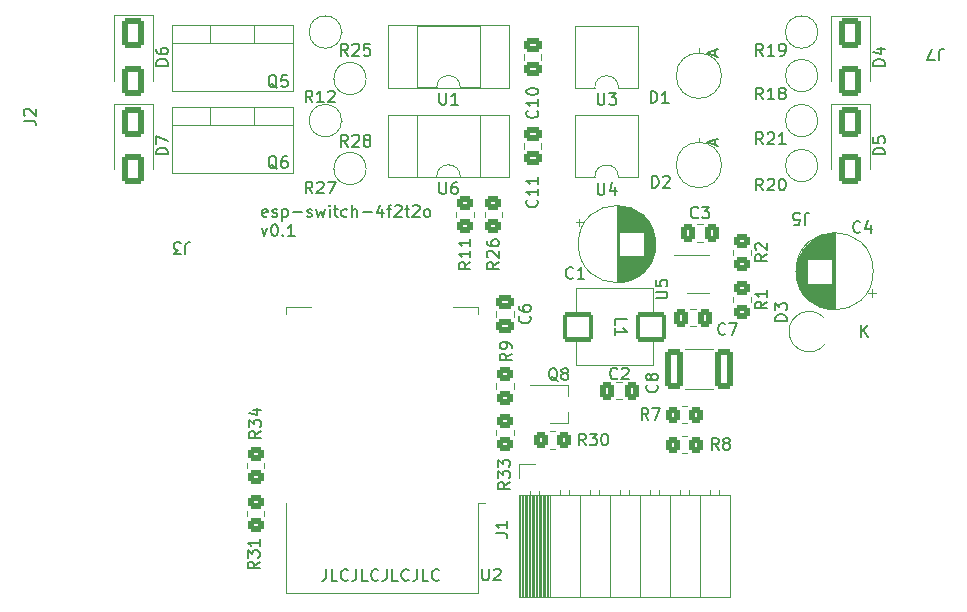
<source format=gto>
G04 #@! TF.GenerationSoftware,KiCad,Pcbnew,7.0.6*
G04 #@! TF.CreationDate,2023-08-17T21:15:31+02:00*
G04 #@! TF.ProjectId,esp-switch,6573702d-7377-4697-9463-682e6b696361,rev?*
G04 #@! TF.SameCoordinates,Original*
G04 #@! TF.FileFunction,Legend,Top*
G04 #@! TF.FilePolarity,Positive*
%FSLAX46Y46*%
G04 Gerber Fmt 4.6, Leading zero omitted, Abs format (unit mm)*
G04 Created by KiCad (PCBNEW 7.0.6) date 2023-08-17 21:15:31*
%MOMM*%
%LPD*%
G01*
G04 APERTURE LIST*
G04 Aperture macros list*
%AMRoundRect*
0 Rectangle with rounded corners*
0 $1 Rounding radius*
0 $2 $3 $4 $5 $6 $7 $8 $9 X,Y pos of 4 corners*
0 Add a 4 corners polygon primitive as box body*
4,1,4,$2,$3,$4,$5,$6,$7,$8,$9,$2,$3,0*
0 Add four circle primitives for the rounded corners*
1,1,$1+$1,$2,$3*
1,1,$1+$1,$4,$5*
1,1,$1+$1,$6,$7*
1,1,$1+$1,$8,$9*
0 Add four rect primitives between the rounded corners*
20,1,$1+$1,$2,$3,$4,$5,0*
20,1,$1+$1,$4,$5,$6,$7,0*
20,1,$1+$1,$6,$7,$8,$9,0*
20,1,$1+$1,$8,$9,$2,$3,0*%
G04 Aperture macros list end*
%ADD10C,0.150000*%
%ADD11C,0.120000*%
%ADD12R,1.600000X1.600000*%
%ADD13C,1.600000*%
%ADD14O,1.600000X1.600000*%
%ADD15RoundRect,0.250000X-0.350000X-0.450000X0.350000X-0.450000X0.350000X0.450000X-0.350000X0.450000X0*%
%ADD16C,1.800000*%
%ADD17RoundRect,0.250000X0.475000X-0.337500X0.475000X0.337500X-0.475000X0.337500X-0.475000X-0.337500X0*%
%ADD18RoundRect,0.250000X-0.337500X-0.475000X0.337500X-0.475000X0.337500X0.475000X-0.337500X0.475000X0*%
%ADD19RoundRect,0.250000X0.450000X-0.350000X0.450000X0.350000X-0.450000X0.350000X-0.450000X-0.350000X0*%
%ADD20R,2.400000X2.400000*%
%ADD21O,2.400000X2.400000*%
%ADD22RoundRect,0.250000X0.537500X1.450000X-0.537500X1.450000X-0.537500X-1.450000X0.537500X-1.450000X0*%
%ADD23C,1.905000*%
%ADD24O,1.905000X2.000000*%
%ADD25RoundRect,0.250000X0.337500X0.475000X-0.337500X0.475000X-0.337500X-0.475000X0.337500X-0.475000X0*%
%ADD26RoundRect,0.200000X-1.100000X1.050000X-1.100000X-1.050000X1.100000X-1.050000X1.100000X1.050000X0*%
%ADD27RoundRect,0.250000X0.350000X0.450000X-0.350000X0.450000X-0.350000X-0.450000X0.350000X-0.450000X0*%
%ADD28R,1.700000X1.700000*%
%ADD29O,1.700000X1.700000*%
%ADD30RoundRect,0.250000X-0.650000X1.000000X-0.650000X-1.000000X0.650000X-1.000000X0.650000X1.000000X0*%
%ADD31R,2.200000X2.200000*%
%ADD32O,2.200000X2.200000*%
%ADD33R,1.560000X0.650000*%
%ADD34R,2.500000X1.000000*%
%ADD35R,1.000000X1.800000*%
%ADD36R,1.900000X0.800000*%
%ADD37RoundRect,0.250000X-0.450000X0.350000X-0.450000X-0.350000X0.450000X-0.350000X0.450000X0.350000X0*%
G04 APERTURE END LIST*
D10*
X24847731Y-17262200D02*
X24752493Y-17309819D01*
X24752493Y-17309819D02*
X24562017Y-17309819D01*
X24562017Y-17309819D02*
X24466779Y-17262200D01*
X24466779Y-17262200D02*
X24419160Y-17166961D01*
X24419160Y-17166961D02*
X24419160Y-16786009D01*
X24419160Y-16786009D02*
X24466779Y-16690771D01*
X24466779Y-16690771D02*
X24562017Y-16643152D01*
X24562017Y-16643152D02*
X24752493Y-16643152D01*
X24752493Y-16643152D02*
X24847731Y-16690771D01*
X24847731Y-16690771D02*
X24895350Y-16786009D01*
X24895350Y-16786009D02*
X24895350Y-16881247D01*
X24895350Y-16881247D02*
X24419160Y-16976485D01*
X25276303Y-17262200D02*
X25371541Y-17309819D01*
X25371541Y-17309819D02*
X25562017Y-17309819D01*
X25562017Y-17309819D02*
X25657255Y-17262200D01*
X25657255Y-17262200D02*
X25704874Y-17166961D01*
X25704874Y-17166961D02*
X25704874Y-17119342D01*
X25704874Y-17119342D02*
X25657255Y-17024104D01*
X25657255Y-17024104D02*
X25562017Y-16976485D01*
X25562017Y-16976485D02*
X25419160Y-16976485D01*
X25419160Y-16976485D02*
X25323922Y-16928866D01*
X25323922Y-16928866D02*
X25276303Y-16833628D01*
X25276303Y-16833628D02*
X25276303Y-16786009D01*
X25276303Y-16786009D02*
X25323922Y-16690771D01*
X25323922Y-16690771D02*
X25419160Y-16643152D01*
X25419160Y-16643152D02*
X25562017Y-16643152D01*
X25562017Y-16643152D02*
X25657255Y-16690771D01*
X26133446Y-16643152D02*
X26133446Y-17643152D01*
X26133446Y-16690771D02*
X26228684Y-16643152D01*
X26228684Y-16643152D02*
X26419160Y-16643152D01*
X26419160Y-16643152D02*
X26514398Y-16690771D01*
X26514398Y-16690771D02*
X26562017Y-16738390D01*
X26562017Y-16738390D02*
X26609636Y-16833628D01*
X26609636Y-16833628D02*
X26609636Y-17119342D01*
X26609636Y-17119342D02*
X26562017Y-17214580D01*
X26562017Y-17214580D02*
X26514398Y-17262200D01*
X26514398Y-17262200D02*
X26419160Y-17309819D01*
X26419160Y-17309819D02*
X26228684Y-17309819D01*
X26228684Y-17309819D02*
X26133446Y-17262200D01*
X27038208Y-16928866D02*
X27800113Y-16928866D01*
X28228684Y-17262200D02*
X28323922Y-17309819D01*
X28323922Y-17309819D02*
X28514398Y-17309819D01*
X28514398Y-17309819D02*
X28609636Y-17262200D01*
X28609636Y-17262200D02*
X28657255Y-17166961D01*
X28657255Y-17166961D02*
X28657255Y-17119342D01*
X28657255Y-17119342D02*
X28609636Y-17024104D01*
X28609636Y-17024104D02*
X28514398Y-16976485D01*
X28514398Y-16976485D02*
X28371541Y-16976485D01*
X28371541Y-16976485D02*
X28276303Y-16928866D01*
X28276303Y-16928866D02*
X28228684Y-16833628D01*
X28228684Y-16833628D02*
X28228684Y-16786009D01*
X28228684Y-16786009D02*
X28276303Y-16690771D01*
X28276303Y-16690771D02*
X28371541Y-16643152D01*
X28371541Y-16643152D02*
X28514398Y-16643152D01*
X28514398Y-16643152D02*
X28609636Y-16690771D01*
X28990589Y-16643152D02*
X29181065Y-17309819D01*
X29181065Y-17309819D02*
X29371541Y-16833628D01*
X29371541Y-16833628D02*
X29562017Y-17309819D01*
X29562017Y-17309819D02*
X29752493Y-16643152D01*
X30133446Y-17309819D02*
X30133446Y-16643152D01*
X30133446Y-16309819D02*
X30085827Y-16357438D01*
X30085827Y-16357438D02*
X30133446Y-16405057D01*
X30133446Y-16405057D02*
X30181065Y-16357438D01*
X30181065Y-16357438D02*
X30133446Y-16309819D01*
X30133446Y-16309819D02*
X30133446Y-16405057D01*
X30466779Y-16643152D02*
X30847731Y-16643152D01*
X30609636Y-16309819D02*
X30609636Y-17166961D01*
X30609636Y-17166961D02*
X30657255Y-17262200D01*
X30657255Y-17262200D02*
X30752493Y-17309819D01*
X30752493Y-17309819D02*
X30847731Y-17309819D01*
X31609636Y-17262200D02*
X31514398Y-17309819D01*
X31514398Y-17309819D02*
X31323922Y-17309819D01*
X31323922Y-17309819D02*
X31228684Y-17262200D01*
X31228684Y-17262200D02*
X31181065Y-17214580D01*
X31181065Y-17214580D02*
X31133446Y-17119342D01*
X31133446Y-17119342D02*
X31133446Y-16833628D01*
X31133446Y-16833628D02*
X31181065Y-16738390D01*
X31181065Y-16738390D02*
X31228684Y-16690771D01*
X31228684Y-16690771D02*
X31323922Y-16643152D01*
X31323922Y-16643152D02*
X31514398Y-16643152D01*
X31514398Y-16643152D02*
X31609636Y-16690771D01*
X32038208Y-17309819D02*
X32038208Y-16309819D01*
X32466779Y-17309819D02*
X32466779Y-16786009D01*
X32466779Y-16786009D02*
X32419160Y-16690771D01*
X32419160Y-16690771D02*
X32323922Y-16643152D01*
X32323922Y-16643152D02*
X32181065Y-16643152D01*
X32181065Y-16643152D02*
X32085827Y-16690771D01*
X32085827Y-16690771D02*
X32038208Y-16738390D01*
X32942970Y-16928866D02*
X33704875Y-16928866D01*
X34609636Y-16643152D02*
X34609636Y-17309819D01*
X34371541Y-16262200D02*
X34133446Y-16976485D01*
X34133446Y-16976485D02*
X34752493Y-16976485D01*
X34990589Y-16643152D02*
X35371541Y-16643152D01*
X35133446Y-17309819D02*
X35133446Y-16452676D01*
X35133446Y-16452676D02*
X35181065Y-16357438D01*
X35181065Y-16357438D02*
X35276303Y-16309819D01*
X35276303Y-16309819D02*
X35371541Y-16309819D01*
X35657256Y-16405057D02*
X35704875Y-16357438D01*
X35704875Y-16357438D02*
X35800113Y-16309819D01*
X35800113Y-16309819D02*
X36038208Y-16309819D01*
X36038208Y-16309819D02*
X36133446Y-16357438D01*
X36133446Y-16357438D02*
X36181065Y-16405057D01*
X36181065Y-16405057D02*
X36228684Y-16500295D01*
X36228684Y-16500295D02*
X36228684Y-16595533D01*
X36228684Y-16595533D02*
X36181065Y-16738390D01*
X36181065Y-16738390D02*
X35609637Y-17309819D01*
X35609637Y-17309819D02*
X36228684Y-17309819D01*
X36514399Y-16643152D02*
X36895351Y-16643152D01*
X36657256Y-16309819D02*
X36657256Y-17166961D01*
X36657256Y-17166961D02*
X36704875Y-17262200D01*
X36704875Y-17262200D02*
X36800113Y-17309819D01*
X36800113Y-17309819D02*
X36895351Y-17309819D01*
X37181066Y-16405057D02*
X37228685Y-16357438D01*
X37228685Y-16357438D02*
X37323923Y-16309819D01*
X37323923Y-16309819D02*
X37562018Y-16309819D01*
X37562018Y-16309819D02*
X37657256Y-16357438D01*
X37657256Y-16357438D02*
X37704875Y-16405057D01*
X37704875Y-16405057D02*
X37752494Y-16500295D01*
X37752494Y-16500295D02*
X37752494Y-16595533D01*
X37752494Y-16595533D02*
X37704875Y-16738390D01*
X37704875Y-16738390D02*
X37133447Y-17309819D01*
X37133447Y-17309819D02*
X37752494Y-17309819D01*
X38323923Y-17309819D02*
X38228685Y-17262200D01*
X38228685Y-17262200D02*
X38181066Y-17214580D01*
X38181066Y-17214580D02*
X38133447Y-17119342D01*
X38133447Y-17119342D02*
X38133447Y-16833628D01*
X38133447Y-16833628D02*
X38181066Y-16738390D01*
X38181066Y-16738390D02*
X38228685Y-16690771D01*
X38228685Y-16690771D02*
X38323923Y-16643152D01*
X38323923Y-16643152D02*
X38466780Y-16643152D01*
X38466780Y-16643152D02*
X38562018Y-16690771D01*
X38562018Y-16690771D02*
X38609637Y-16738390D01*
X38609637Y-16738390D02*
X38657256Y-16833628D01*
X38657256Y-16833628D02*
X38657256Y-17119342D01*
X38657256Y-17119342D02*
X38609637Y-17214580D01*
X38609637Y-17214580D02*
X38562018Y-17262200D01*
X38562018Y-17262200D02*
X38466780Y-17309819D01*
X38466780Y-17309819D02*
X38323923Y-17309819D01*
X24371541Y-18253152D02*
X24609636Y-18919819D01*
X24609636Y-18919819D02*
X24847731Y-18253152D01*
X25419160Y-17919819D02*
X25514398Y-17919819D01*
X25514398Y-17919819D02*
X25609636Y-17967438D01*
X25609636Y-17967438D02*
X25657255Y-18015057D01*
X25657255Y-18015057D02*
X25704874Y-18110295D01*
X25704874Y-18110295D02*
X25752493Y-18300771D01*
X25752493Y-18300771D02*
X25752493Y-18538866D01*
X25752493Y-18538866D02*
X25704874Y-18729342D01*
X25704874Y-18729342D02*
X25657255Y-18824580D01*
X25657255Y-18824580D02*
X25609636Y-18872200D01*
X25609636Y-18872200D02*
X25514398Y-18919819D01*
X25514398Y-18919819D02*
X25419160Y-18919819D01*
X25419160Y-18919819D02*
X25323922Y-18872200D01*
X25323922Y-18872200D02*
X25276303Y-18824580D01*
X25276303Y-18824580D02*
X25228684Y-18729342D01*
X25228684Y-18729342D02*
X25181065Y-18538866D01*
X25181065Y-18538866D02*
X25181065Y-18300771D01*
X25181065Y-18300771D02*
X25228684Y-18110295D01*
X25228684Y-18110295D02*
X25276303Y-18015057D01*
X25276303Y-18015057D02*
X25323922Y-17967438D01*
X25323922Y-17967438D02*
X25419160Y-17919819D01*
X26181065Y-18824580D02*
X26228684Y-18872200D01*
X26228684Y-18872200D02*
X26181065Y-18919819D01*
X26181065Y-18919819D02*
X26133446Y-18872200D01*
X26133446Y-18872200D02*
X26181065Y-18824580D01*
X26181065Y-18824580D02*
X26181065Y-18919819D01*
X27181064Y-18919819D02*
X26609636Y-18919819D01*
X26895350Y-18919819D02*
X26895350Y-17919819D01*
X26895350Y-17919819D02*
X26800112Y-18062676D01*
X26800112Y-18062676D02*
X26704874Y-18157914D01*
X26704874Y-18157914D02*
X26609636Y-18205533D01*
X29832493Y-47129819D02*
X29832493Y-47844104D01*
X29832493Y-47844104D02*
X29784874Y-47986961D01*
X29784874Y-47986961D02*
X29689636Y-48082200D01*
X29689636Y-48082200D02*
X29546779Y-48129819D01*
X29546779Y-48129819D02*
X29451541Y-48129819D01*
X30784874Y-48129819D02*
X30308684Y-48129819D01*
X30308684Y-48129819D02*
X30308684Y-47129819D01*
X31689636Y-48034580D02*
X31642017Y-48082200D01*
X31642017Y-48082200D02*
X31499160Y-48129819D01*
X31499160Y-48129819D02*
X31403922Y-48129819D01*
X31403922Y-48129819D02*
X31261065Y-48082200D01*
X31261065Y-48082200D02*
X31165827Y-47986961D01*
X31165827Y-47986961D02*
X31118208Y-47891723D01*
X31118208Y-47891723D02*
X31070589Y-47701247D01*
X31070589Y-47701247D02*
X31070589Y-47558390D01*
X31070589Y-47558390D02*
X31118208Y-47367914D01*
X31118208Y-47367914D02*
X31165827Y-47272676D01*
X31165827Y-47272676D02*
X31261065Y-47177438D01*
X31261065Y-47177438D02*
X31403922Y-47129819D01*
X31403922Y-47129819D02*
X31499160Y-47129819D01*
X31499160Y-47129819D02*
X31642017Y-47177438D01*
X31642017Y-47177438D02*
X31689636Y-47225057D01*
X32403922Y-47129819D02*
X32403922Y-47844104D01*
X32403922Y-47844104D02*
X32356303Y-47986961D01*
X32356303Y-47986961D02*
X32261065Y-48082200D01*
X32261065Y-48082200D02*
X32118208Y-48129819D01*
X32118208Y-48129819D02*
X32022970Y-48129819D01*
X33356303Y-48129819D02*
X32880113Y-48129819D01*
X32880113Y-48129819D02*
X32880113Y-47129819D01*
X34261065Y-48034580D02*
X34213446Y-48082200D01*
X34213446Y-48082200D02*
X34070589Y-48129819D01*
X34070589Y-48129819D02*
X33975351Y-48129819D01*
X33975351Y-48129819D02*
X33832494Y-48082200D01*
X33832494Y-48082200D02*
X33737256Y-47986961D01*
X33737256Y-47986961D02*
X33689637Y-47891723D01*
X33689637Y-47891723D02*
X33642018Y-47701247D01*
X33642018Y-47701247D02*
X33642018Y-47558390D01*
X33642018Y-47558390D02*
X33689637Y-47367914D01*
X33689637Y-47367914D02*
X33737256Y-47272676D01*
X33737256Y-47272676D02*
X33832494Y-47177438D01*
X33832494Y-47177438D02*
X33975351Y-47129819D01*
X33975351Y-47129819D02*
X34070589Y-47129819D01*
X34070589Y-47129819D02*
X34213446Y-47177438D01*
X34213446Y-47177438D02*
X34261065Y-47225057D01*
X34975351Y-47129819D02*
X34975351Y-47844104D01*
X34975351Y-47844104D02*
X34927732Y-47986961D01*
X34927732Y-47986961D02*
X34832494Y-48082200D01*
X34832494Y-48082200D02*
X34689637Y-48129819D01*
X34689637Y-48129819D02*
X34594399Y-48129819D01*
X35927732Y-48129819D02*
X35451542Y-48129819D01*
X35451542Y-48129819D02*
X35451542Y-47129819D01*
X36832494Y-48034580D02*
X36784875Y-48082200D01*
X36784875Y-48082200D02*
X36642018Y-48129819D01*
X36642018Y-48129819D02*
X36546780Y-48129819D01*
X36546780Y-48129819D02*
X36403923Y-48082200D01*
X36403923Y-48082200D02*
X36308685Y-47986961D01*
X36308685Y-47986961D02*
X36261066Y-47891723D01*
X36261066Y-47891723D02*
X36213447Y-47701247D01*
X36213447Y-47701247D02*
X36213447Y-47558390D01*
X36213447Y-47558390D02*
X36261066Y-47367914D01*
X36261066Y-47367914D02*
X36308685Y-47272676D01*
X36308685Y-47272676D02*
X36403923Y-47177438D01*
X36403923Y-47177438D02*
X36546780Y-47129819D01*
X36546780Y-47129819D02*
X36642018Y-47129819D01*
X36642018Y-47129819D02*
X36784875Y-47177438D01*
X36784875Y-47177438D02*
X36832494Y-47225057D01*
X37546780Y-47129819D02*
X37546780Y-47844104D01*
X37546780Y-47844104D02*
X37499161Y-47986961D01*
X37499161Y-47986961D02*
X37403923Y-48082200D01*
X37403923Y-48082200D02*
X37261066Y-48129819D01*
X37261066Y-48129819D02*
X37165828Y-48129819D01*
X38499161Y-48129819D02*
X38022971Y-48129819D01*
X38022971Y-48129819D02*
X38022971Y-47129819D01*
X39403923Y-48034580D02*
X39356304Y-48082200D01*
X39356304Y-48082200D02*
X39213447Y-48129819D01*
X39213447Y-48129819D02*
X39118209Y-48129819D01*
X39118209Y-48129819D02*
X38975352Y-48082200D01*
X38975352Y-48082200D02*
X38880114Y-47986961D01*
X38880114Y-47986961D02*
X38832495Y-47891723D01*
X38832495Y-47891723D02*
X38784876Y-47701247D01*
X38784876Y-47701247D02*
X38784876Y-47558390D01*
X38784876Y-47558390D02*
X38832495Y-47367914D01*
X38832495Y-47367914D02*
X38880114Y-47272676D01*
X38880114Y-47272676D02*
X38975352Y-47177438D01*
X38975352Y-47177438D02*
X39118209Y-47129819D01*
X39118209Y-47129819D02*
X39213447Y-47129819D01*
X39213447Y-47129819D02*
X39356304Y-47177438D01*
X39356304Y-47177438D02*
X39403923Y-47225057D01*
X75078333Y-18556180D02*
X75030714Y-18603800D01*
X75030714Y-18603800D02*
X74887857Y-18651419D01*
X74887857Y-18651419D02*
X74792619Y-18651419D01*
X74792619Y-18651419D02*
X74649762Y-18603800D01*
X74649762Y-18603800D02*
X74554524Y-18508561D01*
X74554524Y-18508561D02*
X74506905Y-18413323D01*
X74506905Y-18413323D02*
X74459286Y-18222847D01*
X74459286Y-18222847D02*
X74459286Y-18079990D01*
X74459286Y-18079990D02*
X74506905Y-17889514D01*
X74506905Y-17889514D02*
X74554524Y-17794276D01*
X74554524Y-17794276D02*
X74649762Y-17699038D01*
X74649762Y-17699038D02*
X74792619Y-17651419D01*
X74792619Y-17651419D02*
X74887857Y-17651419D01*
X74887857Y-17651419D02*
X75030714Y-17699038D01*
X75030714Y-17699038D02*
X75078333Y-17746657D01*
X75935476Y-17984752D02*
X75935476Y-18651419D01*
X75697381Y-17603800D02*
X75459286Y-18318085D01*
X75459286Y-18318085D02*
X76078333Y-18318085D01*
X66834142Y-15054819D02*
X66500809Y-14578628D01*
X66262714Y-15054819D02*
X66262714Y-14054819D01*
X66262714Y-14054819D02*
X66643666Y-14054819D01*
X66643666Y-14054819D02*
X66738904Y-14102438D01*
X66738904Y-14102438D02*
X66786523Y-14150057D01*
X66786523Y-14150057D02*
X66834142Y-14245295D01*
X66834142Y-14245295D02*
X66834142Y-14388152D01*
X66834142Y-14388152D02*
X66786523Y-14483390D01*
X66786523Y-14483390D02*
X66738904Y-14531009D01*
X66738904Y-14531009D02*
X66643666Y-14578628D01*
X66643666Y-14578628D02*
X66262714Y-14578628D01*
X67215095Y-14150057D02*
X67262714Y-14102438D01*
X67262714Y-14102438D02*
X67357952Y-14054819D01*
X67357952Y-14054819D02*
X67596047Y-14054819D01*
X67596047Y-14054819D02*
X67691285Y-14102438D01*
X67691285Y-14102438D02*
X67738904Y-14150057D01*
X67738904Y-14150057D02*
X67786523Y-14245295D01*
X67786523Y-14245295D02*
X67786523Y-14340533D01*
X67786523Y-14340533D02*
X67738904Y-14483390D01*
X67738904Y-14483390D02*
X67167476Y-15054819D01*
X67167476Y-15054819D02*
X67786523Y-15054819D01*
X68405571Y-14054819D02*
X68500809Y-14054819D01*
X68500809Y-14054819D02*
X68596047Y-14102438D01*
X68596047Y-14102438D02*
X68643666Y-14150057D01*
X68643666Y-14150057D02*
X68691285Y-14245295D01*
X68691285Y-14245295D02*
X68738904Y-14435771D01*
X68738904Y-14435771D02*
X68738904Y-14673866D01*
X68738904Y-14673866D02*
X68691285Y-14864342D01*
X68691285Y-14864342D02*
X68643666Y-14959580D01*
X68643666Y-14959580D02*
X68596047Y-15007200D01*
X68596047Y-15007200D02*
X68500809Y-15054819D01*
X68500809Y-15054819D02*
X68405571Y-15054819D01*
X68405571Y-15054819D02*
X68310333Y-15007200D01*
X68310333Y-15007200D02*
X68262714Y-14959580D01*
X68262714Y-14959580D02*
X68215095Y-14864342D01*
X68215095Y-14864342D02*
X68167476Y-14673866D01*
X68167476Y-14673866D02*
X68167476Y-14435771D01*
X68167476Y-14435771D02*
X68215095Y-14245295D01*
X68215095Y-14245295D02*
X68262714Y-14150057D01*
X68262714Y-14150057D02*
X68310333Y-14102438D01*
X68310333Y-14102438D02*
X68405571Y-14054819D01*
X51808142Y-36649819D02*
X51474809Y-36173628D01*
X51236714Y-36649819D02*
X51236714Y-35649819D01*
X51236714Y-35649819D02*
X51617666Y-35649819D01*
X51617666Y-35649819D02*
X51712904Y-35697438D01*
X51712904Y-35697438D02*
X51760523Y-35745057D01*
X51760523Y-35745057D02*
X51808142Y-35840295D01*
X51808142Y-35840295D02*
X51808142Y-35983152D01*
X51808142Y-35983152D02*
X51760523Y-36078390D01*
X51760523Y-36078390D02*
X51712904Y-36126009D01*
X51712904Y-36126009D02*
X51617666Y-36173628D01*
X51617666Y-36173628D02*
X51236714Y-36173628D01*
X52141476Y-35649819D02*
X52760523Y-35649819D01*
X52760523Y-35649819D02*
X52427190Y-36030771D01*
X52427190Y-36030771D02*
X52570047Y-36030771D01*
X52570047Y-36030771D02*
X52665285Y-36078390D01*
X52665285Y-36078390D02*
X52712904Y-36126009D01*
X52712904Y-36126009D02*
X52760523Y-36221247D01*
X52760523Y-36221247D02*
X52760523Y-36459342D01*
X52760523Y-36459342D02*
X52712904Y-36554580D01*
X52712904Y-36554580D02*
X52665285Y-36602200D01*
X52665285Y-36602200D02*
X52570047Y-36649819D01*
X52570047Y-36649819D02*
X52284333Y-36649819D01*
X52284333Y-36649819D02*
X52189095Y-36602200D01*
X52189095Y-36602200D02*
X52141476Y-36554580D01*
X53379571Y-35649819D02*
X53474809Y-35649819D01*
X53474809Y-35649819D02*
X53570047Y-35697438D01*
X53570047Y-35697438D02*
X53617666Y-35745057D01*
X53617666Y-35745057D02*
X53665285Y-35840295D01*
X53665285Y-35840295D02*
X53712904Y-36030771D01*
X53712904Y-36030771D02*
X53712904Y-36268866D01*
X53712904Y-36268866D02*
X53665285Y-36459342D01*
X53665285Y-36459342D02*
X53617666Y-36554580D01*
X53617666Y-36554580D02*
X53570047Y-36602200D01*
X53570047Y-36602200D02*
X53474809Y-36649819D01*
X53474809Y-36649819D02*
X53379571Y-36649819D01*
X53379571Y-36649819D02*
X53284333Y-36602200D01*
X53284333Y-36602200D02*
X53236714Y-36554580D01*
X53236714Y-36554580D02*
X53189095Y-36459342D01*
X53189095Y-36459342D02*
X53141476Y-36268866D01*
X53141476Y-36268866D02*
X53141476Y-36030771D01*
X53141476Y-36030771D02*
X53189095Y-35840295D01*
X53189095Y-35840295D02*
X53236714Y-35745057D01*
X53236714Y-35745057D02*
X53284333Y-35697438D01*
X53284333Y-35697438D02*
X53379571Y-35649819D01*
X81733333Y-4045180D02*
X81733333Y-3330895D01*
X81733333Y-3330895D02*
X81780952Y-3188038D01*
X81780952Y-3188038D02*
X81876190Y-3092800D01*
X81876190Y-3092800D02*
X82019047Y-3045180D01*
X82019047Y-3045180D02*
X82114285Y-3045180D01*
X81352380Y-4045180D02*
X80685714Y-4045180D01*
X80685714Y-4045180D02*
X81114285Y-3045180D01*
X31688042Y-3654819D02*
X31354709Y-3178628D01*
X31116614Y-3654819D02*
X31116614Y-2654819D01*
X31116614Y-2654819D02*
X31497566Y-2654819D01*
X31497566Y-2654819D02*
X31592804Y-2702438D01*
X31592804Y-2702438D02*
X31640423Y-2750057D01*
X31640423Y-2750057D02*
X31688042Y-2845295D01*
X31688042Y-2845295D02*
X31688042Y-2988152D01*
X31688042Y-2988152D02*
X31640423Y-3083390D01*
X31640423Y-3083390D02*
X31592804Y-3131009D01*
X31592804Y-3131009D02*
X31497566Y-3178628D01*
X31497566Y-3178628D02*
X31116614Y-3178628D01*
X32068995Y-2750057D02*
X32116614Y-2702438D01*
X32116614Y-2702438D02*
X32211852Y-2654819D01*
X32211852Y-2654819D02*
X32449947Y-2654819D01*
X32449947Y-2654819D02*
X32545185Y-2702438D01*
X32545185Y-2702438D02*
X32592804Y-2750057D01*
X32592804Y-2750057D02*
X32640423Y-2845295D01*
X32640423Y-2845295D02*
X32640423Y-2940533D01*
X32640423Y-2940533D02*
X32592804Y-3083390D01*
X32592804Y-3083390D02*
X32021376Y-3654819D01*
X32021376Y-3654819D02*
X32640423Y-3654819D01*
X33545185Y-2654819D02*
X33068995Y-2654819D01*
X33068995Y-2654819D02*
X33021376Y-3131009D01*
X33021376Y-3131009D02*
X33068995Y-3083390D01*
X33068995Y-3083390D02*
X33164233Y-3035771D01*
X33164233Y-3035771D02*
X33402328Y-3035771D01*
X33402328Y-3035771D02*
X33497566Y-3083390D01*
X33497566Y-3083390D02*
X33545185Y-3131009D01*
X33545185Y-3131009D02*
X33592804Y-3226247D01*
X33592804Y-3226247D02*
X33592804Y-3464342D01*
X33592804Y-3464342D02*
X33545185Y-3559580D01*
X33545185Y-3559580D02*
X33497566Y-3607200D01*
X33497566Y-3607200D02*
X33402328Y-3654819D01*
X33402328Y-3654819D02*
X33164233Y-3654819D01*
X33164233Y-3654819D02*
X33068995Y-3607200D01*
X33068995Y-3607200D02*
X33021376Y-3559580D01*
X47685780Y-15856057D02*
X47733400Y-15903676D01*
X47733400Y-15903676D02*
X47781019Y-16046533D01*
X47781019Y-16046533D02*
X47781019Y-16141771D01*
X47781019Y-16141771D02*
X47733400Y-16284628D01*
X47733400Y-16284628D02*
X47638161Y-16379866D01*
X47638161Y-16379866D02*
X47542923Y-16427485D01*
X47542923Y-16427485D02*
X47352447Y-16475104D01*
X47352447Y-16475104D02*
X47209590Y-16475104D01*
X47209590Y-16475104D02*
X47019114Y-16427485D01*
X47019114Y-16427485D02*
X46923876Y-16379866D01*
X46923876Y-16379866D02*
X46828638Y-16284628D01*
X46828638Y-16284628D02*
X46781019Y-16141771D01*
X46781019Y-16141771D02*
X46781019Y-16046533D01*
X46781019Y-16046533D02*
X46828638Y-15903676D01*
X46828638Y-15903676D02*
X46876257Y-15856057D01*
X47781019Y-14903676D02*
X47781019Y-15475104D01*
X47781019Y-15189390D02*
X46781019Y-15189390D01*
X46781019Y-15189390D02*
X46923876Y-15284628D01*
X46923876Y-15284628D02*
X47019114Y-15379866D01*
X47019114Y-15379866D02*
X47066733Y-15475104D01*
X47781019Y-13951295D02*
X47781019Y-14522723D01*
X47781019Y-14237009D02*
X46781019Y-14237009D01*
X46781019Y-14237009D02*
X46923876Y-14332247D01*
X46923876Y-14332247D02*
X47019114Y-14427485D01*
X47019114Y-14427485D02*
X47066733Y-14522723D01*
X54494133Y-30966580D02*
X54446514Y-31014200D01*
X54446514Y-31014200D02*
X54303657Y-31061819D01*
X54303657Y-31061819D02*
X54208419Y-31061819D01*
X54208419Y-31061819D02*
X54065562Y-31014200D01*
X54065562Y-31014200D02*
X53970324Y-30918961D01*
X53970324Y-30918961D02*
X53922705Y-30823723D01*
X53922705Y-30823723D02*
X53875086Y-30633247D01*
X53875086Y-30633247D02*
X53875086Y-30490390D01*
X53875086Y-30490390D02*
X53922705Y-30299914D01*
X53922705Y-30299914D02*
X53970324Y-30204676D01*
X53970324Y-30204676D02*
X54065562Y-30109438D01*
X54065562Y-30109438D02*
X54208419Y-30061819D01*
X54208419Y-30061819D02*
X54303657Y-30061819D01*
X54303657Y-30061819D02*
X54446514Y-30109438D01*
X54446514Y-30109438D02*
X54494133Y-30157057D01*
X54875086Y-30157057D02*
X54922705Y-30109438D01*
X54922705Y-30109438D02*
X55017943Y-30061819D01*
X55017943Y-30061819D02*
X55256038Y-30061819D01*
X55256038Y-30061819D02*
X55351276Y-30109438D01*
X55351276Y-30109438D02*
X55398895Y-30157057D01*
X55398895Y-30157057D02*
X55446514Y-30252295D01*
X55446514Y-30252295D02*
X55446514Y-30347533D01*
X55446514Y-30347533D02*
X55398895Y-30490390D01*
X55398895Y-30490390D02*
X54827467Y-31061819D01*
X54827467Y-31061819D02*
X55446514Y-31061819D01*
X52838095Y-14431019D02*
X52838095Y-15240542D01*
X52838095Y-15240542D02*
X52885714Y-15335780D01*
X52885714Y-15335780D02*
X52933333Y-15383400D01*
X52933333Y-15383400D02*
X53028571Y-15431019D01*
X53028571Y-15431019D02*
X53219047Y-15431019D01*
X53219047Y-15431019D02*
X53314285Y-15383400D01*
X53314285Y-15383400D02*
X53361904Y-15335780D01*
X53361904Y-15335780D02*
X53409523Y-15240542D01*
X53409523Y-15240542D02*
X53409523Y-14431019D01*
X54314285Y-14764352D02*
X54314285Y-15431019D01*
X54076190Y-14383400D02*
X53838095Y-15097685D01*
X53838095Y-15097685D02*
X54457142Y-15097685D01*
X47703580Y-8297057D02*
X47751200Y-8344676D01*
X47751200Y-8344676D02*
X47798819Y-8487533D01*
X47798819Y-8487533D02*
X47798819Y-8582771D01*
X47798819Y-8582771D02*
X47751200Y-8725628D01*
X47751200Y-8725628D02*
X47655961Y-8820866D01*
X47655961Y-8820866D02*
X47560723Y-8868485D01*
X47560723Y-8868485D02*
X47370247Y-8916104D01*
X47370247Y-8916104D02*
X47227390Y-8916104D01*
X47227390Y-8916104D02*
X47036914Y-8868485D01*
X47036914Y-8868485D02*
X46941676Y-8820866D01*
X46941676Y-8820866D02*
X46846438Y-8725628D01*
X46846438Y-8725628D02*
X46798819Y-8582771D01*
X46798819Y-8582771D02*
X46798819Y-8487533D01*
X46798819Y-8487533D02*
X46846438Y-8344676D01*
X46846438Y-8344676D02*
X46894057Y-8297057D01*
X47798819Y-7344676D02*
X47798819Y-7916104D01*
X47798819Y-7630390D02*
X46798819Y-7630390D01*
X46798819Y-7630390D02*
X46941676Y-7725628D01*
X46941676Y-7725628D02*
X47036914Y-7820866D01*
X47036914Y-7820866D02*
X47084533Y-7916104D01*
X46798819Y-6725628D02*
X46798819Y-6630390D01*
X46798819Y-6630390D02*
X46846438Y-6535152D01*
X46846438Y-6535152D02*
X46894057Y-6487533D01*
X46894057Y-6487533D02*
X46989295Y-6439914D01*
X46989295Y-6439914D02*
X47179771Y-6392295D01*
X47179771Y-6392295D02*
X47417866Y-6392295D01*
X47417866Y-6392295D02*
X47608342Y-6439914D01*
X47608342Y-6439914D02*
X47703580Y-6487533D01*
X47703580Y-6487533D02*
X47751200Y-6535152D01*
X47751200Y-6535152D02*
X47798819Y-6630390D01*
X47798819Y-6630390D02*
X47798819Y-6725628D01*
X47798819Y-6725628D02*
X47751200Y-6820866D01*
X47751200Y-6820866D02*
X47703580Y-6868485D01*
X47703580Y-6868485D02*
X47608342Y-6916104D01*
X47608342Y-6916104D02*
X47417866Y-6963723D01*
X47417866Y-6963723D02*
X47179771Y-6963723D01*
X47179771Y-6963723D02*
X46989295Y-6916104D01*
X46989295Y-6916104D02*
X46894057Y-6868485D01*
X46894057Y-6868485D02*
X46846438Y-6820866D01*
X46846438Y-6820866D02*
X46798819Y-6725628D01*
X44454819Y-21118457D02*
X43978628Y-21451790D01*
X44454819Y-21689885D02*
X43454819Y-21689885D01*
X43454819Y-21689885D02*
X43454819Y-21308933D01*
X43454819Y-21308933D02*
X43502438Y-21213695D01*
X43502438Y-21213695D02*
X43550057Y-21166076D01*
X43550057Y-21166076D02*
X43645295Y-21118457D01*
X43645295Y-21118457D02*
X43788152Y-21118457D01*
X43788152Y-21118457D02*
X43883390Y-21166076D01*
X43883390Y-21166076D02*
X43931009Y-21213695D01*
X43931009Y-21213695D02*
X43978628Y-21308933D01*
X43978628Y-21308933D02*
X43978628Y-21689885D01*
X43550057Y-20737504D02*
X43502438Y-20689885D01*
X43502438Y-20689885D02*
X43454819Y-20594647D01*
X43454819Y-20594647D02*
X43454819Y-20356552D01*
X43454819Y-20356552D02*
X43502438Y-20261314D01*
X43502438Y-20261314D02*
X43550057Y-20213695D01*
X43550057Y-20213695D02*
X43645295Y-20166076D01*
X43645295Y-20166076D02*
X43740533Y-20166076D01*
X43740533Y-20166076D02*
X43883390Y-20213695D01*
X43883390Y-20213695D02*
X44454819Y-20785123D01*
X44454819Y-20785123D02*
X44454819Y-20166076D01*
X43454819Y-19308933D02*
X43454819Y-19499409D01*
X43454819Y-19499409D02*
X43502438Y-19594647D01*
X43502438Y-19594647D02*
X43550057Y-19642266D01*
X43550057Y-19642266D02*
X43692914Y-19737504D01*
X43692914Y-19737504D02*
X43883390Y-19785123D01*
X43883390Y-19785123D02*
X44264342Y-19785123D01*
X44264342Y-19785123D02*
X44359580Y-19737504D01*
X44359580Y-19737504D02*
X44407200Y-19689885D01*
X44407200Y-19689885D02*
X44454819Y-19594647D01*
X44454819Y-19594647D02*
X44454819Y-19404171D01*
X44454819Y-19404171D02*
X44407200Y-19308933D01*
X44407200Y-19308933D02*
X44359580Y-19261314D01*
X44359580Y-19261314D02*
X44264342Y-19213695D01*
X44264342Y-19213695D02*
X44026247Y-19213695D01*
X44026247Y-19213695D02*
X43931009Y-19261314D01*
X43931009Y-19261314D02*
X43883390Y-19308933D01*
X43883390Y-19308933D02*
X43835771Y-19404171D01*
X43835771Y-19404171D02*
X43835771Y-19594647D01*
X43835771Y-19594647D02*
X43883390Y-19689885D01*
X43883390Y-19689885D02*
X43931009Y-19737504D01*
X43931009Y-19737504D02*
X44026247Y-19785123D01*
X57419705Y-14820819D02*
X57419705Y-13820819D01*
X57419705Y-13820819D02*
X57657800Y-13820819D01*
X57657800Y-13820819D02*
X57800657Y-13868438D01*
X57800657Y-13868438D02*
X57895895Y-13963676D01*
X57895895Y-13963676D02*
X57943514Y-14058914D01*
X57943514Y-14058914D02*
X57991133Y-14249390D01*
X57991133Y-14249390D02*
X57991133Y-14392247D01*
X57991133Y-14392247D02*
X57943514Y-14582723D01*
X57943514Y-14582723D02*
X57895895Y-14677961D01*
X57895895Y-14677961D02*
X57800657Y-14773200D01*
X57800657Y-14773200D02*
X57657800Y-14820819D01*
X57657800Y-14820819D02*
X57419705Y-14820819D01*
X58372086Y-13916057D02*
X58419705Y-13868438D01*
X58419705Y-13868438D02*
X58514943Y-13820819D01*
X58514943Y-13820819D02*
X58753038Y-13820819D01*
X58753038Y-13820819D02*
X58848276Y-13868438D01*
X58848276Y-13868438D02*
X58895895Y-13916057D01*
X58895895Y-13916057D02*
X58943514Y-14011295D01*
X58943514Y-14011295D02*
X58943514Y-14106533D01*
X58943514Y-14106533D02*
X58895895Y-14249390D01*
X58895895Y-14249390D02*
X58324467Y-14820819D01*
X58324467Y-14820819D02*
X58943514Y-14820819D01*
X62769104Y-11236094D02*
X62769104Y-10759904D01*
X63054819Y-11331332D02*
X62054819Y-10997999D01*
X62054819Y-10997999D02*
X63054819Y-10664666D01*
X47061380Y-25693666D02*
X47109000Y-25741285D01*
X47109000Y-25741285D02*
X47156619Y-25884142D01*
X47156619Y-25884142D02*
X47156619Y-25979380D01*
X47156619Y-25979380D02*
X47109000Y-26122237D01*
X47109000Y-26122237D02*
X47013761Y-26217475D01*
X47013761Y-26217475D02*
X46918523Y-26265094D01*
X46918523Y-26265094D02*
X46728047Y-26312713D01*
X46728047Y-26312713D02*
X46585190Y-26312713D01*
X46585190Y-26312713D02*
X46394714Y-26265094D01*
X46394714Y-26265094D02*
X46299476Y-26217475D01*
X46299476Y-26217475D02*
X46204238Y-26122237D01*
X46204238Y-26122237D02*
X46156619Y-25979380D01*
X46156619Y-25979380D02*
X46156619Y-25884142D01*
X46156619Y-25884142D02*
X46204238Y-25741285D01*
X46204238Y-25741285D02*
X46251857Y-25693666D01*
X46156619Y-24836523D02*
X46156619Y-25026999D01*
X46156619Y-25026999D02*
X46204238Y-25122237D01*
X46204238Y-25122237D02*
X46251857Y-25169856D01*
X46251857Y-25169856D02*
X46394714Y-25265094D01*
X46394714Y-25265094D02*
X46585190Y-25312713D01*
X46585190Y-25312713D02*
X46966142Y-25312713D01*
X46966142Y-25312713D02*
X47061380Y-25265094D01*
X47061380Y-25265094D02*
X47109000Y-25217475D01*
X47109000Y-25217475D02*
X47156619Y-25122237D01*
X47156619Y-25122237D02*
X47156619Y-24931761D01*
X47156619Y-24931761D02*
X47109000Y-24836523D01*
X47109000Y-24836523D02*
X47061380Y-24788904D01*
X47061380Y-24788904D02*
X46966142Y-24741285D01*
X46966142Y-24741285D02*
X46728047Y-24741285D01*
X46728047Y-24741285D02*
X46632809Y-24788904D01*
X46632809Y-24788904D02*
X46585190Y-24836523D01*
X46585190Y-24836523D02*
X46537571Y-24931761D01*
X46537571Y-24931761D02*
X46537571Y-25122237D01*
X46537571Y-25122237D02*
X46585190Y-25217475D01*
X46585190Y-25217475D02*
X46632809Y-25265094D01*
X46632809Y-25265094D02*
X46728047Y-25312713D01*
X57828480Y-31520466D02*
X57876100Y-31568085D01*
X57876100Y-31568085D02*
X57923719Y-31710942D01*
X57923719Y-31710942D02*
X57923719Y-31806180D01*
X57923719Y-31806180D02*
X57876100Y-31949037D01*
X57876100Y-31949037D02*
X57780861Y-32044275D01*
X57780861Y-32044275D02*
X57685623Y-32091894D01*
X57685623Y-32091894D02*
X57495147Y-32139513D01*
X57495147Y-32139513D02*
X57352290Y-32139513D01*
X57352290Y-32139513D02*
X57161814Y-32091894D01*
X57161814Y-32091894D02*
X57066576Y-32044275D01*
X57066576Y-32044275D02*
X56971338Y-31949037D01*
X56971338Y-31949037D02*
X56923719Y-31806180D01*
X56923719Y-31806180D02*
X56923719Y-31710942D01*
X56923719Y-31710942D02*
X56971338Y-31568085D01*
X56971338Y-31568085D02*
X57018957Y-31520466D01*
X57352290Y-30949037D02*
X57304671Y-31044275D01*
X57304671Y-31044275D02*
X57257052Y-31091894D01*
X57257052Y-31091894D02*
X57161814Y-31139513D01*
X57161814Y-31139513D02*
X57114195Y-31139513D01*
X57114195Y-31139513D02*
X57018957Y-31091894D01*
X57018957Y-31091894D02*
X56971338Y-31044275D01*
X56971338Y-31044275D02*
X56923719Y-30949037D01*
X56923719Y-30949037D02*
X56923719Y-30758561D01*
X56923719Y-30758561D02*
X56971338Y-30663323D01*
X56971338Y-30663323D02*
X57018957Y-30615704D01*
X57018957Y-30615704D02*
X57114195Y-30568085D01*
X57114195Y-30568085D02*
X57161814Y-30568085D01*
X57161814Y-30568085D02*
X57257052Y-30615704D01*
X57257052Y-30615704D02*
X57304671Y-30663323D01*
X57304671Y-30663323D02*
X57352290Y-30758561D01*
X57352290Y-30758561D02*
X57352290Y-30949037D01*
X57352290Y-30949037D02*
X57399909Y-31044275D01*
X57399909Y-31044275D02*
X57447528Y-31091894D01*
X57447528Y-31091894D02*
X57542766Y-31139513D01*
X57542766Y-31139513D02*
X57733242Y-31139513D01*
X57733242Y-31139513D02*
X57828480Y-31091894D01*
X57828480Y-31091894D02*
X57876100Y-31044275D01*
X57876100Y-31044275D02*
X57923719Y-30949037D01*
X57923719Y-30949037D02*
X57923719Y-30758561D01*
X57923719Y-30758561D02*
X57876100Y-30663323D01*
X57876100Y-30663323D02*
X57828480Y-30615704D01*
X57828480Y-30615704D02*
X57733242Y-30568085D01*
X57733242Y-30568085D02*
X57542766Y-30568085D01*
X57542766Y-30568085D02*
X57447528Y-30615704D01*
X57447528Y-30615704D02*
X57399909Y-30663323D01*
X57399909Y-30663323D02*
X57352290Y-30758561D01*
X66834142Y-7354819D02*
X66500809Y-6878628D01*
X66262714Y-7354819D02*
X66262714Y-6354819D01*
X66262714Y-6354819D02*
X66643666Y-6354819D01*
X66643666Y-6354819D02*
X66738904Y-6402438D01*
X66738904Y-6402438D02*
X66786523Y-6450057D01*
X66786523Y-6450057D02*
X66834142Y-6545295D01*
X66834142Y-6545295D02*
X66834142Y-6688152D01*
X66834142Y-6688152D02*
X66786523Y-6783390D01*
X66786523Y-6783390D02*
X66738904Y-6831009D01*
X66738904Y-6831009D02*
X66643666Y-6878628D01*
X66643666Y-6878628D02*
X66262714Y-6878628D01*
X67786523Y-7354819D02*
X67215095Y-7354819D01*
X67500809Y-7354819D02*
X67500809Y-6354819D01*
X67500809Y-6354819D02*
X67405571Y-6497676D01*
X67405571Y-6497676D02*
X67310333Y-6592914D01*
X67310333Y-6592914D02*
X67215095Y-6640533D01*
X68357952Y-6783390D02*
X68262714Y-6735771D01*
X68262714Y-6735771D02*
X68215095Y-6688152D01*
X68215095Y-6688152D02*
X68167476Y-6592914D01*
X68167476Y-6592914D02*
X68167476Y-6545295D01*
X68167476Y-6545295D02*
X68215095Y-6450057D01*
X68215095Y-6450057D02*
X68262714Y-6402438D01*
X68262714Y-6402438D02*
X68357952Y-6354819D01*
X68357952Y-6354819D02*
X68548428Y-6354819D01*
X68548428Y-6354819D02*
X68643666Y-6402438D01*
X68643666Y-6402438D02*
X68691285Y-6450057D01*
X68691285Y-6450057D02*
X68738904Y-6545295D01*
X68738904Y-6545295D02*
X68738904Y-6592914D01*
X68738904Y-6592914D02*
X68691285Y-6688152D01*
X68691285Y-6688152D02*
X68643666Y-6735771D01*
X68643666Y-6735771D02*
X68548428Y-6783390D01*
X68548428Y-6783390D02*
X68357952Y-6783390D01*
X68357952Y-6783390D02*
X68262714Y-6831009D01*
X68262714Y-6831009D02*
X68215095Y-6878628D01*
X68215095Y-6878628D02*
X68167476Y-6973866D01*
X68167476Y-6973866D02*
X68167476Y-7164342D01*
X68167476Y-7164342D02*
X68215095Y-7259580D01*
X68215095Y-7259580D02*
X68262714Y-7307200D01*
X68262714Y-7307200D02*
X68357952Y-7354819D01*
X68357952Y-7354819D02*
X68548428Y-7354819D01*
X68548428Y-7354819D02*
X68643666Y-7307200D01*
X68643666Y-7307200D02*
X68691285Y-7259580D01*
X68691285Y-7259580D02*
X68738904Y-7164342D01*
X68738904Y-7164342D02*
X68738904Y-6973866D01*
X68738904Y-6973866D02*
X68691285Y-6878628D01*
X68691285Y-6878628D02*
X68643666Y-6831009D01*
X68643666Y-6831009D02*
X68548428Y-6783390D01*
X67165419Y-20471466D02*
X66689228Y-20804799D01*
X67165419Y-21042894D02*
X66165419Y-21042894D01*
X66165419Y-21042894D02*
X66165419Y-20661942D01*
X66165419Y-20661942D02*
X66213038Y-20566704D01*
X66213038Y-20566704D02*
X66260657Y-20519085D01*
X66260657Y-20519085D02*
X66355895Y-20471466D01*
X66355895Y-20471466D02*
X66498752Y-20471466D01*
X66498752Y-20471466D02*
X66593990Y-20519085D01*
X66593990Y-20519085D02*
X66641609Y-20566704D01*
X66641609Y-20566704D02*
X66689228Y-20661942D01*
X66689228Y-20661942D02*
X66689228Y-21042894D01*
X66260657Y-20090513D02*
X66213038Y-20042894D01*
X66213038Y-20042894D02*
X66165419Y-19947656D01*
X66165419Y-19947656D02*
X66165419Y-19709561D01*
X66165419Y-19709561D02*
X66213038Y-19614323D01*
X66213038Y-19614323D02*
X66260657Y-19566704D01*
X66260657Y-19566704D02*
X66355895Y-19519085D01*
X66355895Y-19519085D02*
X66451133Y-19519085D01*
X66451133Y-19519085D02*
X66593990Y-19566704D01*
X66593990Y-19566704D02*
X67165419Y-20138132D01*
X67165419Y-20138132D02*
X67165419Y-19519085D01*
X66834142Y-11154819D02*
X66500809Y-10678628D01*
X66262714Y-11154819D02*
X66262714Y-10154819D01*
X66262714Y-10154819D02*
X66643666Y-10154819D01*
X66643666Y-10154819D02*
X66738904Y-10202438D01*
X66738904Y-10202438D02*
X66786523Y-10250057D01*
X66786523Y-10250057D02*
X66834142Y-10345295D01*
X66834142Y-10345295D02*
X66834142Y-10488152D01*
X66834142Y-10488152D02*
X66786523Y-10583390D01*
X66786523Y-10583390D02*
X66738904Y-10631009D01*
X66738904Y-10631009D02*
X66643666Y-10678628D01*
X66643666Y-10678628D02*
X66262714Y-10678628D01*
X67215095Y-10250057D02*
X67262714Y-10202438D01*
X67262714Y-10202438D02*
X67357952Y-10154819D01*
X67357952Y-10154819D02*
X67596047Y-10154819D01*
X67596047Y-10154819D02*
X67691285Y-10202438D01*
X67691285Y-10202438D02*
X67738904Y-10250057D01*
X67738904Y-10250057D02*
X67786523Y-10345295D01*
X67786523Y-10345295D02*
X67786523Y-10440533D01*
X67786523Y-10440533D02*
X67738904Y-10583390D01*
X67738904Y-10583390D02*
X67167476Y-11154819D01*
X67167476Y-11154819D02*
X67786523Y-11154819D01*
X68738904Y-11154819D02*
X68167476Y-11154819D01*
X68453190Y-11154819D02*
X68453190Y-10154819D01*
X68453190Y-10154819D02*
X68357952Y-10297676D01*
X68357952Y-10297676D02*
X68262714Y-10392914D01*
X68262714Y-10392914D02*
X68167476Y-10440533D01*
X25685761Y-6392057D02*
X25590523Y-6344438D01*
X25590523Y-6344438D02*
X25495285Y-6249200D01*
X25495285Y-6249200D02*
X25352428Y-6106342D01*
X25352428Y-6106342D02*
X25257190Y-6058723D01*
X25257190Y-6058723D02*
X25161952Y-6058723D01*
X25209571Y-6296819D02*
X25114333Y-6249200D01*
X25114333Y-6249200D02*
X25019095Y-6153961D01*
X25019095Y-6153961D02*
X24971476Y-5963485D01*
X24971476Y-5963485D02*
X24971476Y-5630152D01*
X24971476Y-5630152D02*
X25019095Y-5439676D01*
X25019095Y-5439676D02*
X25114333Y-5344438D01*
X25114333Y-5344438D02*
X25209571Y-5296819D01*
X25209571Y-5296819D02*
X25400047Y-5296819D01*
X25400047Y-5296819D02*
X25495285Y-5344438D01*
X25495285Y-5344438D02*
X25590523Y-5439676D01*
X25590523Y-5439676D02*
X25638142Y-5630152D01*
X25638142Y-5630152D02*
X25638142Y-5963485D01*
X25638142Y-5963485D02*
X25590523Y-6153961D01*
X25590523Y-6153961D02*
X25495285Y-6249200D01*
X25495285Y-6249200D02*
X25400047Y-6296819D01*
X25400047Y-6296819D02*
X25209571Y-6296819D01*
X26542904Y-5296819D02*
X26066714Y-5296819D01*
X26066714Y-5296819D02*
X26019095Y-5773009D01*
X26019095Y-5773009D02*
X26066714Y-5725390D01*
X26066714Y-5725390D02*
X26161952Y-5677771D01*
X26161952Y-5677771D02*
X26400047Y-5677771D01*
X26400047Y-5677771D02*
X26495285Y-5725390D01*
X26495285Y-5725390D02*
X26542904Y-5773009D01*
X26542904Y-5773009D02*
X26590523Y-5868247D01*
X26590523Y-5868247D02*
X26590523Y-6106342D01*
X26590523Y-6106342D02*
X26542904Y-6201580D01*
X26542904Y-6201580D02*
X26495285Y-6249200D01*
X26495285Y-6249200D02*
X26400047Y-6296819D01*
X26400047Y-6296819D02*
X26161952Y-6296819D01*
X26161952Y-6296819D02*
X26066714Y-6249200D01*
X26066714Y-6249200D02*
X26019095Y-6201580D01*
X63648333Y-27192180D02*
X63600714Y-27239800D01*
X63600714Y-27239800D02*
X63457857Y-27287419D01*
X63457857Y-27287419D02*
X63362619Y-27287419D01*
X63362619Y-27287419D02*
X63219762Y-27239800D01*
X63219762Y-27239800D02*
X63124524Y-27144561D01*
X63124524Y-27144561D02*
X63076905Y-27049323D01*
X63076905Y-27049323D02*
X63029286Y-26858847D01*
X63029286Y-26858847D02*
X63029286Y-26715990D01*
X63029286Y-26715990D02*
X63076905Y-26525514D01*
X63076905Y-26525514D02*
X63124524Y-26430276D01*
X63124524Y-26430276D02*
X63219762Y-26335038D01*
X63219762Y-26335038D02*
X63362619Y-26287419D01*
X63362619Y-26287419D02*
X63457857Y-26287419D01*
X63457857Y-26287419D02*
X63600714Y-26335038D01*
X63600714Y-26335038D02*
X63648333Y-26382657D01*
X63981667Y-26287419D02*
X64648333Y-26287419D01*
X64648333Y-26287419D02*
X64219762Y-27287419D01*
X54284380Y-26437333D02*
X54284380Y-25961143D01*
X54284380Y-25961143D02*
X55284380Y-25961143D01*
X54284380Y-27294476D02*
X54284380Y-26723048D01*
X54284380Y-27008762D02*
X55284380Y-27008762D01*
X55284380Y-27008762D02*
X55141523Y-26913524D01*
X55141523Y-26913524D02*
X55046285Y-26818286D01*
X55046285Y-26818286D02*
X54998666Y-26723048D01*
X63079333Y-37030819D02*
X62746000Y-36554628D01*
X62507905Y-37030819D02*
X62507905Y-36030819D01*
X62507905Y-36030819D02*
X62888857Y-36030819D01*
X62888857Y-36030819D02*
X62984095Y-36078438D01*
X62984095Y-36078438D02*
X63031714Y-36126057D01*
X63031714Y-36126057D02*
X63079333Y-36221295D01*
X63079333Y-36221295D02*
X63079333Y-36364152D01*
X63079333Y-36364152D02*
X63031714Y-36459390D01*
X63031714Y-36459390D02*
X62984095Y-36507009D01*
X62984095Y-36507009D02*
X62888857Y-36554628D01*
X62888857Y-36554628D02*
X62507905Y-36554628D01*
X63650762Y-36459390D02*
X63555524Y-36411771D01*
X63555524Y-36411771D02*
X63507905Y-36364152D01*
X63507905Y-36364152D02*
X63460286Y-36268914D01*
X63460286Y-36268914D02*
X63460286Y-36221295D01*
X63460286Y-36221295D02*
X63507905Y-36126057D01*
X63507905Y-36126057D02*
X63555524Y-36078438D01*
X63555524Y-36078438D02*
X63650762Y-36030819D01*
X63650762Y-36030819D02*
X63841238Y-36030819D01*
X63841238Y-36030819D02*
X63936476Y-36078438D01*
X63936476Y-36078438D02*
X63984095Y-36126057D01*
X63984095Y-36126057D02*
X64031714Y-36221295D01*
X64031714Y-36221295D02*
X64031714Y-36268914D01*
X64031714Y-36268914D02*
X63984095Y-36364152D01*
X63984095Y-36364152D02*
X63936476Y-36411771D01*
X63936476Y-36411771D02*
X63841238Y-36459390D01*
X63841238Y-36459390D02*
X63650762Y-36459390D01*
X63650762Y-36459390D02*
X63555524Y-36507009D01*
X63555524Y-36507009D02*
X63507905Y-36554628D01*
X63507905Y-36554628D02*
X63460286Y-36649866D01*
X63460286Y-36649866D02*
X63460286Y-36840342D01*
X63460286Y-36840342D02*
X63507905Y-36935580D01*
X63507905Y-36935580D02*
X63555524Y-36983200D01*
X63555524Y-36983200D02*
X63650762Y-37030819D01*
X63650762Y-37030819D02*
X63841238Y-37030819D01*
X63841238Y-37030819D02*
X63936476Y-36983200D01*
X63936476Y-36983200D02*
X63984095Y-36935580D01*
X63984095Y-36935580D02*
X64031714Y-36840342D01*
X64031714Y-36840342D02*
X64031714Y-36649866D01*
X64031714Y-36649866D02*
X63984095Y-36554628D01*
X63984095Y-36554628D02*
X63936476Y-36507009D01*
X63936476Y-36507009D02*
X63841238Y-36459390D01*
X28688042Y-7608819D02*
X28354709Y-7132628D01*
X28116614Y-7608819D02*
X28116614Y-6608819D01*
X28116614Y-6608819D02*
X28497566Y-6608819D01*
X28497566Y-6608819D02*
X28592804Y-6656438D01*
X28592804Y-6656438D02*
X28640423Y-6704057D01*
X28640423Y-6704057D02*
X28688042Y-6799295D01*
X28688042Y-6799295D02*
X28688042Y-6942152D01*
X28688042Y-6942152D02*
X28640423Y-7037390D01*
X28640423Y-7037390D02*
X28592804Y-7085009D01*
X28592804Y-7085009D02*
X28497566Y-7132628D01*
X28497566Y-7132628D02*
X28116614Y-7132628D01*
X29640423Y-7608819D02*
X29068995Y-7608819D01*
X29354709Y-7608819D02*
X29354709Y-6608819D01*
X29354709Y-6608819D02*
X29259471Y-6751676D01*
X29259471Y-6751676D02*
X29164233Y-6846914D01*
X29164233Y-6846914D02*
X29068995Y-6894533D01*
X30021376Y-6704057D02*
X30068995Y-6656438D01*
X30068995Y-6656438D02*
X30164233Y-6608819D01*
X30164233Y-6608819D02*
X30402328Y-6608819D01*
X30402328Y-6608819D02*
X30497566Y-6656438D01*
X30497566Y-6656438D02*
X30545185Y-6704057D01*
X30545185Y-6704057D02*
X30592804Y-6799295D01*
X30592804Y-6799295D02*
X30592804Y-6894533D01*
X30592804Y-6894533D02*
X30545185Y-7037390D01*
X30545185Y-7037390D02*
X29973757Y-7608819D01*
X29973757Y-7608819D02*
X30592804Y-7608819D01*
X44182819Y-44083333D02*
X44897104Y-44083333D01*
X44897104Y-44083333D02*
X45039961Y-44130952D01*
X45039961Y-44130952D02*
X45135200Y-44226190D01*
X45135200Y-44226190D02*
X45182819Y-44369047D01*
X45182819Y-44369047D02*
X45182819Y-44464285D01*
X45182819Y-43083333D02*
X45182819Y-43654761D01*
X45182819Y-43369047D02*
X44182819Y-43369047D01*
X44182819Y-43369047D02*
X44325676Y-43464285D01*
X44325676Y-43464285D02*
X44420914Y-43559523D01*
X44420914Y-43559523D02*
X44468533Y-43654761D01*
X45539819Y-28868666D02*
X45063628Y-29201999D01*
X45539819Y-29440094D02*
X44539819Y-29440094D01*
X44539819Y-29440094D02*
X44539819Y-29059142D01*
X44539819Y-29059142D02*
X44587438Y-28963904D01*
X44587438Y-28963904D02*
X44635057Y-28916285D01*
X44635057Y-28916285D02*
X44730295Y-28868666D01*
X44730295Y-28868666D02*
X44873152Y-28868666D01*
X44873152Y-28868666D02*
X44968390Y-28916285D01*
X44968390Y-28916285D02*
X45016009Y-28963904D01*
X45016009Y-28963904D02*
X45063628Y-29059142D01*
X45063628Y-29059142D02*
X45063628Y-29440094D01*
X45539819Y-28392475D02*
X45539819Y-28201999D01*
X45539819Y-28201999D02*
X45492200Y-28106761D01*
X45492200Y-28106761D02*
X45444580Y-28059142D01*
X45444580Y-28059142D02*
X45301723Y-27963904D01*
X45301723Y-27963904D02*
X45111247Y-27916285D01*
X45111247Y-27916285D02*
X44730295Y-27916285D01*
X44730295Y-27916285D02*
X44635057Y-27963904D01*
X44635057Y-27963904D02*
X44587438Y-28011523D01*
X44587438Y-28011523D02*
X44539819Y-28106761D01*
X44539819Y-28106761D02*
X44539819Y-28297237D01*
X44539819Y-28297237D02*
X44587438Y-28392475D01*
X44587438Y-28392475D02*
X44635057Y-28440094D01*
X44635057Y-28440094D02*
X44730295Y-28487713D01*
X44730295Y-28487713D02*
X44968390Y-28487713D01*
X44968390Y-28487713D02*
X45063628Y-28440094D01*
X45063628Y-28440094D02*
X45111247Y-28392475D01*
X45111247Y-28392475D02*
X45158866Y-28297237D01*
X45158866Y-28297237D02*
X45158866Y-28106761D01*
X45158866Y-28106761D02*
X45111247Y-28011523D01*
X45111247Y-28011523D02*
X45063628Y-27963904D01*
X45063628Y-27963904D02*
X44968390Y-27916285D01*
X42054819Y-21118457D02*
X41578628Y-21451790D01*
X42054819Y-21689885D02*
X41054819Y-21689885D01*
X41054819Y-21689885D02*
X41054819Y-21308933D01*
X41054819Y-21308933D02*
X41102438Y-21213695D01*
X41102438Y-21213695D02*
X41150057Y-21166076D01*
X41150057Y-21166076D02*
X41245295Y-21118457D01*
X41245295Y-21118457D02*
X41388152Y-21118457D01*
X41388152Y-21118457D02*
X41483390Y-21166076D01*
X41483390Y-21166076D02*
X41531009Y-21213695D01*
X41531009Y-21213695D02*
X41578628Y-21308933D01*
X41578628Y-21308933D02*
X41578628Y-21689885D01*
X42054819Y-20166076D02*
X42054819Y-20737504D01*
X42054819Y-20451790D02*
X41054819Y-20451790D01*
X41054819Y-20451790D02*
X41197676Y-20547028D01*
X41197676Y-20547028D02*
X41292914Y-20642266D01*
X41292914Y-20642266D02*
X41340533Y-20737504D01*
X42054819Y-19213695D02*
X42054819Y-19785123D01*
X42054819Y-19499409D02*
X41054819Y-19499409D01*
X41054819Y-19499409D02*
X41197676Y-19594647D01*
X41197676Y-19594647D02*
X41292914Y-19689885D01*
X41292914Y-19689885D02*
X41340533Y-19785123D01*
X25685761Y-13250057D02*
X25590523Y-13202438D01*
X25590523Y-13202438D02*
X25495285Y-13107200D01*
X25495285Y-13107200D02*
X25352428Y-12964342D01*
X25352428Y-12964342D02*
X25257190Y-12916723D01*
X25257190Y-12916723D02*
X25161952Y-12916723D01*
X25209571Y-13154819D02*
X25114333Y-13107200D01*
X25114333Y-13107200D02*
X25019095Y-13011961D01*
X25019095Y-13011961D02*
X24971476Y-12821485D01*
X24971476Y-12821485D02*
X24971476Y-12488152D01*
X24971476Y-12488152D02*
X25019095Y-12297676D01*
X25019095Y-12297676D02*
X25114333Y-12202438D01*
X25114333Y-12202438D02*
X25209571Y-12154819D01*
X25209571Y-12154819D02*
X25400047Y-12154819D01*
X25400047Y-12154819D02*
X25495285Y-12202438D01*
X25495285Y-12202438D02*
X25590523Y-12297676D01*
X25590523Y-12297676D02*
X25638142Y-12488152D01*
X25638142Y-12488152D02*
X25638142Y-12821485D01*
X25638142Y-12821485D02*
X25590523Y-13011961D01*
X25590523Y-13011961D02*
X25495285Y-13107200D01*
X25495285Y-13107200D02*
X25400047Y-13154819D01*
X25400047Y-13154819D02*
X25209571Y-13154819D01*
X26495285Y-12154819D02*
X26304809Y-12154819D01*
X26304809Y-12154819D02*
X26209571Y-12202438D01*
X26209571Y-12202438D02*
X26161952Y-12250057D01*
X26161952Y-12250057D02*
X26066714Y-12392914D01*
X26066714Y-12392914D02*
X26019095Y-12583390D01*
X26019095Y-12583390D02*
X26019095Y-12964342D01*
X26019095Y-12964342D02*
X26066714Y-13059580D01*
X26066714Y-13059580D02*
X26114333Y-13107200D01*
X26114333Y-13107200D02*
X26209571Y-13154819D01*
X26209571Y-13154819D02*
X26400047Y-13154819D01*
X26400047Y-13154819D02*
X26495285Y-13107200D01*
X26495285Y-13107200D02*
X26542904Y-13059580D01*
X26542904Y-13059580D02*
X26590523Y-12964342D01*
X26590523Y-12964342D02*
X26590523Y-12726247D01*
X26590523Y-12726247D02*
X26542904Y-12631009D01*
X26542904Y-12631009D02*
X26495285Y-12583390D01*
X26495285Y-12583390D02*
X26400047Y-12535771D01*
X26400047Y-12535771D02*
X26209571Y-12535771D01*
X26209571Y-12535771D02*
X26114333Y-12583390D01*
X26114333Y-12583390D02*
X26066714Y-12631009D01*
X26066714Y-12631009D02*
X26019095Y-12726247D01*
X57319705Y-7654819D02*
X57319705Y-6654819D01*
X57319705Y-6654819D02*
X57557800Y-6654819D01*
X57557800Y-6654819D02*
X57700657Y-6702438D01*
X57700657Y-6702438D02*
X57795895Y-6797676D01*
X57795895Y-6797676D02*
X57843514Y-6892914D01*
X57843514Y-6892914D02*
X57891133Y-7083390D01*
X57891133Y-7083390D02*
X57891133Y-7226247D01*
X57891133Y-7226247D02*
X57843514Y-7416723D01*
X57843514Y-7416723D02*
X57795895Y-7511961D01*
X57795895Y-7511961D02*
X57700657Y-7607200D01*
X57700657Y-7607200D02*
X57557800Y-7654819D01*
X57557800Y-7654819D02*
X57319705Y-7654819D01*
X58843514Y-7654819D02*
X58272086Y-7654819D01*
X58557800Y-7654819D02*
X58557800Y-6654819D01*
X58557800Y-6654819D02*
X58462562Y-6797676D01*
X58462562Y-6797676D02*
X58367324Y-6892914D01*
X58367324Y-6892914D02*
X58272086Y-6940533D01*
X62769104Y-3677094D02*
X62769104Y-3200904D01*
X63054819Y-3772332D02*
X62054819Y-3438999D01*
X62054819Y-3438999D02*
X63054819Y-3105666D01*
X16454819Y-4494394D02*
X15454819Y-4494394D01*
X15454819Y-4494394D02*
X15454819Y-4256299D01*
X15454819Y-4256299D02*
X15502438Y-4113442D01*
X15502438Y-4113442D02*
X15597676Y-4018204D01*
X15597676Y-4018204D02*
X15692914Y-3970585D01*
X15692914Y-3970585D02*
X15883390Y-3922966D01*
X15883390Y-3922966D02*
X16026247Y-3922966D01*
X16026247Y-3922966D02*
X16216723Y-3970585D01*
X16216723Y-3970585D02*
X16311961Y-4018204D01*
X16311961Y-4018204D02*
X16407200Y-4113442D01*
X16407200Y-4113442D02*
X16454819Y-4256299D01*
X16454819Y-4256299D02*
X16454819Y-4494394D01*
X15454819Y-3065823D02*
X15454819Y-3256299D01*
X15454819Y-3256299D02*
X15502438Y-3351537D01*
X15502438Y-3351537D02*
X15550057Y-3399156D01*
X15550057Y-3399156D02*
X15692914Y-3494394D01*
X15692914Y-3494394D02*
X15883390Y-3542013D01*
X15883390Y-3542013D02*
X16264342Y-3542013D01*
X16264342Y-3542013D02*
X16359580Y-3494394D01*
X16359580Y-3494394D02*
X16407200Y-3446775D01*
X16407200Y-3446775D02*
X16454819Y-3351537D01*
X16454819Y-3351537D02*
X16454819Y-3161061D01*
X16454819Y-3161061D02*
X16407200Y-3065823D01*
X16407200Y-3065823D02*
X16359580Y-3018204D01*
X16359580Y-3018204D02*
X16264342Y-2970585D01*
X16264342Y-2970585D02*
X16026247Y-2970585D01*
X16026247Y-2970585D02*
X15931009Y-3018204D01*
X15931009Y-3018204D02*
X15883390Y-3065823D01*
X15883390Y-3065823D02*
X15835771Y-3161061D01*
X15835771Y-3161061D02*
X15835771Y-3351537D01*
X15835771Y-3351537D02*
X15883390Y-3446775D01*
X15883390Y-3446775D02*
X15931009Y-3494394D01*
X15931009Y-3494394D02*
X16026247Y-3542013D01*
X68841819Y-26122894D02*
X67841819Y-26122894D01*
X67841819Y-26122894D02*
X67841819Y-25884799D01*
X67841819Y-25884799D02*
X67889438Y-25741942D01*
X67889438Y-25741942D02*
X67984676Y-25646704D01*
X67984676Y-25646704D02*
X68079914Y-25599085D01*
X68079914Y-25599085D02*
X68270390Y-25551466D01*
X68270390Y-25551466D02*
X68413247Y-25551466D01*
X68413247Y-25551466D02*
X68603723Y-25599085D01*
X68603723Y-25599085D02*
X68698961Y-25646704D01*
X68698961Y-25646704D02*
X68794200Y-25741942D01*
X68794200Y-25741942D02*
X68841819Y-25884799D01*
X68841819Y-25884799D02*
X68841819Y-26122894D01*
X67841819Y-25218132D02*
X67841819Y-24599085D01*
X67841819Y-24599085D02*
X68222771Y-24932418D01*
X68222771Y-24932418D02*
X68222771Y-24789561D01*
X68222771Y-24789561D02*
X68270390Y-24694323D01*
X68270390Y-24694323D02*
X68318009Y-24646704D01*
X68318009Y-24646704D02*
X68413247Y-24599085D01*
X68413247Y-24599085D02*
X68651342Y-24599085D01*
X68651342Y-24599085D02*
X68746580Y-24646704D01*
X68746580Y-24646704D02*
X68794200Y-24694323D01*
X68794200Y-24694323D02*
X68841819Y-24789561D01*
X68841819Y-24789561D02*
X68841819Y-25075275D01*
X68841819Y-25075275D02*
X68794200Y-25170513D01*
X68794200Y-25170513D02*
X68746580Y-25218132D01*
X75122329Y-27465219D02*
X75122329Y-26465219D01*
X75693757Y-27465219D02*
X75265186Y-26893790D01*
X75693757Y-26465219D02*
X75122329Y-27036647D01*
X52828095Y-6803819D02*
X52828095Y-7613342D01*
X52828095Y-7613342D02*
X52875714Y-7708580D01*
X52875714Y-7708580D02*
X52923333Y-7756200D01*
X52923333Y-7756200D02*
X53018571Y-7803819D01*
X53018571Y-7803819D02*
X53209047Y-7803819D01*
X53209047Y-7803819D02*
X53304285Y-7756200D01*
X53304285Y-7756200D02*
X53351904Y-7708580D01*
X53351904Y-7708580D02*
X53399523Y-7613342D01*
X53399523Y-7613342D02*
X53399523Y-6803819D01*
X53780476Y-6803819D02*
X54399523Y-6803819D01*
X54399523Y-6803819D02*
X54066190Y-7184771D01*
X54066190Y-7184771D02*
X54209047Y-7184771D01*
X54209047Y-7184771D02*
X54304285Y-7232390D01*
X54304285Y-7232390D02*
X54351904Y-7280009D01*
X54351904Y-7280009D02*
X54399523Y-7375247D01*
X54399523Y-7375247D02*
X54399523Y-7613342D01*
X54399523Y-7613342D02*
X54351904Y-7708580D01*
X54351904Y-7708580D02*
X54304285Y-7756200D01*
X54304285Y-7756200D02*
X54209047Y-7803819D01*
X54209047Y-7803819D02*
X53923333Y-7803819D01*
X53923333Y-7803819D02*
X53828095Y-7756200D01*
X53828095Y-7756200D02*
X53780476Y-7708580D01*
X28688042Y-15308819D02*
X28354709Y-14832628D01*
X28116614Y-15308819D02*
X28116614Y-14308819D01*
X28116614Y-14308819D02*
X28497566Y-14308819D01*
X28497566Y-14308819D02*
X28592804Y-14356438D01*
X28592804Y-14356438D02*
X28640423Y-14404057D01*
X28640423Y-14404057D02*
X28688042Y-14499295D01*
X28688042Y-14499295D02*
X28688042Y-14642152D01*
X28688042Y-14642152D02*
X28640423Y-14737390D01*
X28640423Y-14737390D02*
X28592804Y-14785009D01*
X28592804Y-14785009D02*
X28497566Y-14832628D01*
X28497566Y-14832628D02*
X28116614Y-14832628D01*
X29068995Y-14404057D02*
X29116614Y-14356438D01*
X29116614Y-14356438D02*
X29211852Y-14308819D01*
X29211852Y-14308819D02*
X29449947Y-14308819D01*
X29449947Y-14308819D02*
X29545185Y-14356438D01*
X29545185Y-14356438D02*
X29592804Y-14404057D01*
X29592804Y-14404057D02*
X29640423Y-14499295D01*
X29640423Y-14499295D02*
X29640423Y-14594533D01*
X29640423Y-14594533D02*
X29592804Y-14737390D01*
X29592804Y-14737390D02*
X29021376Y-15308819D01*
X29021376Y-15308819D02*
X29640423Y-15308819D01*
X29973757Y-14308819D02*
X30640423Y-14308819D01*
X30640423Y-14308819D02*
X30211852Y-15308819D01*
X4255619Y-9147933D02*
X4969904Y-9147933D01*
X4969904Y-9147933D02*
X5112761Y-9195552D01*
X5112761Y-9195552D02*
X5208000Y-9290790D01*
X5208000Y-9290790D02*
X5255619Y-9433647D01*
X5255619Y-9433647D02*
X5255619Y-9528885D01*
X4350857Y-8719361D02*
X4303238Y-8671742D01*
X4303238Y-8671742D02*
X4255619Y-8576504D01*
X4255619Y-8576504D02*
X4255619Y-8338409D01*
X4255619Y-8338409D02*
X4303238Y-8243171D01*
X4303238Y-8243171D02*
X4350857Y-8195552D01*
X4350857Y-8195552D02*
X4446095Y-8147933D01*
X4446095Y-8147933D02*
X4541333Y-8147933D01*
X4541333Y-8147933D02*
X4684190Y-8195552D01*
X4684190Y-8195552D02*
X5255619Y-8766980D01*
X5255619Y-8766980D02*
X5255619Y-8147933D01*
X77154819Y-4504594D02*
X76154819Y-4504594D01*
X76154819Y-4504594D02*
X76154819Y-4266499D01*
X76154819Y-4266499D02*
X76202438Y-4123642D01*
X76202438Y-4123642D02*
X76297676Y-4028404D01*
X76297676Y-4028404D02*
X76392914Y-3980785D01*
X76392914Y-3980785D02*
X76583390Y-3933166D01*
X76583390Y-3933166D02*
X76726247Y-3933166D01*
X76726247Y-3933166D02*
X76916723Y-3980785D01*
X76916723Y-3980785D02*
X77011961Y-4028404D01*
X77011961Y-4028404D02*
X77107200Y-4123642D01*
X77107200Y-4123642D02*
X77154819Y-4266499D01*
X77154819Y-4266499D02*
X77154819Y-4504594D01*
X76488152Y-3076023D02*
X77154819Y-3076023D01*
X76107200Y-3314118D02*
X76821485Y-3552213D01*
X76821485Y-3552213D02*
X76821485Y-2933166D01*
X67165419Y-24484666D02*
X66689228Y-24817999D01*
X67165419Y-25056094D02*
X66165419Y-25056094D01*
X66165419Y-25056094D02*
X66165419Y-24675142D01*
X66165419Y-24675142D02*
X66213038Y-24579904D01*
X66213038Y-24579904D02*
X66260657Y-24532285D01*
X66260657Y-24532285D02*
X66355895Y-24484666D01*
X66355895Y-24484666D02*
X66498752Y-24484666D01*
X66498752Y-24484666D02*
X66593990Y-24532285D01*
X66593990Y-24532285D02*
X66641609Y-24579904D01*
X66641609Y-24579904D02*
X66689228Y-24675142D01*
X66689228Y-24675142D02*
X66689228Y-25056094D01*
X67165419Y-23532285D02*
X67165419Y-24103713D01*
X67165419Y-23817999D02*
X66165419Y-23817999D01*
X66165419Y-23817999D02*
X66308276Y-23913237D01*
X66308276Y-23913237D02*
X66403514Y-24008475D01*
X66403514Y-24008475D02*
X66451133Y-24103713D01*
X57732619Y-24190904D02*
X58542142Y-24190904D01*
X58542142Y-24190904D02*
X58637380Y-24143285D01*
X58637380Y-24143285D02*
X58685000Y-24095666D01*
X58685000Y-24095666D02*
X58732619Y-24000428D01*
X58732619Y-24000428D02*
X58732619Y-23809952D01*
X58732619Y-23809952D02*
X58685000Y-23714714D01*
X58685000Y-23714714D02*
X58637380Y-23667095D01*
X58637380Y-23667095D02*
X58542142Y-23619476D01*
X58542142Y-23619476D02*
X57732619Y-23619476D01*
X57732619Y-22667095D02*
X57732619Y-23143285D01*
X57732619Y-23143285D02*
X58208809Y-23190904D01*
X58208809Y-23190904D02*
X58161190Y-23143285D01*
X58161190Y-23143285D02*
X58113571Y-23048047D01*
X58113571Y-23048047D02*
X58113571Y-22809952D01*
X58113571Y-22809952D02*
X58161190Y-22714714D01*
X58161190Y-22714714D02*
X58208809Y-22667095D01*
X58208809Y-22667095D02*
X58304047Y-22619476D01*
X58304047Y-22619476D02*
X58542142Y-22619476D01*
X58542142Y-22619476D02*
X58637380Y-22667095D01*
X58637380Y-22667095D02*
X58685000Y-22714714D01*
X58685000Y-22714714D02*
X58732619Y-22809952D01*
X58732619Y-22809952D02*
X58732619Y-23048047D01*
X58732619Y-23048047D02*
X58685000Y-23143285D01*
X58685000Y-23143285D02*
X58637380Y-23190904D01*
X39438095Y-6788619D02*
X39438095Y-7598142D01*
X39438095Y-7598142D02*
X39485714Y-7693380D01*
X39485714Y-7693380D02*
X39533333Y-7741000D01*
X39533333Y-7741000D02*
X39628571Y-7788619D01*
X39628571Y-7788619D02*
X39819047Y-7788619D01*
X39819047Y-7788619D02*
X39914285Y-7741000D01*
X39914285Y-7741000D02*
X39961904Y-7693380D01*
X39961904Y-7693380D02*
X40009523Y-7598142D01*
X40009523Y-7598142D02*
X40009523Y-6788619D01*
X41009523Y-7788619D02*
X40438095Y-7788619D01*
X40723809Y-7788619D02*
X40723809Y-6788619D01*
X40723809Y-6788619D02*
X40628571Y-6931476D01*
X40628571Y-6931476D02*
X40533333Y-7026714D01*
X40533333Y-7026714D02*
X40438095Y-7074333D01*
X57135733Y-34490819D02*
X56802400Y-34014628D01*
X56564305Y-34490819D02*
X56564305Y-33490819D01*
X56564305Y-33490819D02*
X56945257Y-33490819D01*
X56945257Y-33490819D02*
X57040495Y-33538438D01*
X57040495Y-33538438D02*
X57088114Y-33586057D01*
X57088114Y-33586057D02*
X57135733Y-33681295D01*
X57135733Y-33681295D02*
X57135733Y-33824152D01*
X57135733Y-33824152D02*
X57088114Y-33919390D01*
X57088114Y-33919390D02*
X57040495Y-33967009D01*
X57040495Y-33967009D02*
X56945257Y-34014628D01*
X56945257Y-34014628D02*
X56564305Y-34014628D01*
X57469067Y-33490819D02*
X58135733Y-33490819D01*
X58135733Y-33490819D02*
X57707162Y-34490819D01*
X24330819Y-35440857D02*
X23854628Y-35774190D01*
X24330819Y-36012285D02*
X23330819Y-36012285D01*
X23330819Y-36012285D02*
X23330819Y-35631333D01*
X23330819Y-35631333D02*
X23378438Y-35536095D01*
X23378438Y-35536095D02*
X23426057Y-35488476D01*
X23426057Y-35488476D02*
X23521295Y-35440857D01*
X23521295Y-35440857D02*
X23664152Y-35440857D01*
X23664152Y-35440857D02*
X23759390Y-35488476D01*
X23759390Y-35488476D02*
X23807009Y-35536095D01*
X23807009Y-35536095D02*
X23854628Y-35631333D01*
X23854628Y-35631333D02*
X23854628Y-36012285D01*
X23330819Y-35107523D02*
X23330819Y-34488476D01*
X23330819Y-34488476D02*
X23711771Y-34821809D01*
X23711771Y-34821809D02*
X23711771Y-34678952D01*
X23711771Y-34678952D02*
X23759390Y-34583714D01*
X23759390Y-34583714D02*
X23807009Y-34536095D01*
X23807009Y-34536095D02*
X23902247Y-34488476D01*
X23902247Y-34488476D02*
X24140342Y-34488476D01*
X24140342Y-34488476D02*
X24235580Y-34536095D01*
X24235580Y-34536095D02*
X24283200Y-34583714D01*
X24283200Y-34583714D02*
X24330819Y-34678952D01*
X24330819Y-34678952D02*
X24330819Y-34964666D01*
X24330819Y-34964666D02*
X24283200Y-35059904D01*
X24283200Y-35059904D02*
X24235580Y-35107523D01*
X23664152Y-33631333D02*
X24330819Y-33631333D01*
X23283200Y-33869428D02*
X23997485Y-34107523D01*
X23997485Y-34107523D02*
X23997485Y-33488476D01*
X50760333Y-22457580D02*
X50712714Y-22505200D01*
X50712714Y-22505200D02*
X50569857Y-22552819D01*
X50569857Y-22552819D02*
X50474619Y-22552819D01*
X50474619Y-22552819D02*
X50331762Y-22505200D01*
X50331762Y-22505200D02*
X50236524Y-22409961D01*
X50236524Y-22409961D02*
X50188905Y-22314723D01*
X50188905Y-22314723D02*
X50141286Y-22124247D01*
X50141286Y-22124247D02*
X50141286Y-21981390D01*
X50141286Y-21981390D02*
X50188905Y-21790914D01*
X50188905Y-21790914D02*
X50236524Y-21695676D01*
X50236524Y-21695676D02*
X50331762Y-21600438D01*
X50331762Y-21600438D02*
X50474619Y-21552819D01*
X50474619Y-21552819D02*
X50569857Y-21552819D01*
X50569857Y-21552819D02*
X50712714Y-21600438D01*
X50712714Y-21600438D02*
X50760333Y-21648057D01*
X51712714Y-22552819D02*
X51141286Y-22552819D01*
X51427000Y-22552819D02*
X51427000Y-21552819D01*
X51427000Y-21552819D02*
X51331762Y-21695676D01*
X51331762Y-21695676D02*
X51236524Y-21790914D01*
X51236524Y-21790914D02*
X51141286Y-21838533D01*
X31688042Y-11354819D02*
X31354709Y-10878628D01*
X31116614Y-11354819D02*
X31116614Y-10354819D01*
X31116614Y-10354819D02*
X31497566Y-10354819D01*
X31497566Y-10354819D02*
X31592804Y-10402438D01*
X31592804Y-10402438D02*
X31640423Y-10450057D01*
X31640423Y-10450057D02*
X31688042Y-10545295D01*
X31688042Y-10545295D02*
X31688042Y-10688152D01*
X31688042Y-10688152D02*
X31640423Y-10783390D01*
X31640423Y-10783390D02*
X31592804Y-10831009D01*
X31592804Y-10831009D02*
X31497566Y-10878628D01*
X31497566Y-10878628D02*
X31116614Y-10878628D01*
X32068995Y-10450057D02*
X32116614Y-10402438D01*
X32116614Y-10402438D02*
X32211852Y-10354819D01*
X32211852Y-10354819D02*
X32449947Y-10354819D01*
X32449947Y-10354819D02*
X32545185Y-10402438D01*
X32545185Y-10402438D02*
X32592804Y-10450057D01*
X32592804Y-10450057D02*
X32640423Y-10545295D01*
X32640423Y-10545295D02*
X32640423Y-10640533D01*
X32640423Y-10640533D02*
X32592804Y-10783390D01*
X32592804Y-10783390D02*
X32021376Y-11354819D01*
X32021376Y-11354819D02*
X32640423Y-11354819D01*
X33211852Y-10783390D02*
X33116614Y-10735771D01*
X33116614Y-10735771D02*
X33068995Y-10688152D01*
X33068995Y-10688152D02*
X33021376Y-10592914D01*
X33021376Y-10592914D02*
X33021376Y-10545295D01*
X33021376Y-10545295D02*
X33068995Y-10450057D01*
X33068995Y-10450057D02*
X33116614Y-10402438D01*
X33116614Y-10402438D02*
X33211852Y-10354819D01*
X33211852Y-10354819D02*
X33402328Y-10354819D01*
X33402328Y-10354819D02*
X33497566Y-10402438D01*
X33497566Y-10402438D02*
X33545185Y-10450057D01*
X33545185Y-10450057D02*
X33592804Y-10545295D01*
X33592804Y-10545295D02*
X33592804Y-10592914D01*
X33592804Y-10592914D02*
X33545185Y-10688152D01*
X33545185Y-10688152D02*
X33497566Y-10735771D01*
X33497566Y-10735771D02*
X33402328Y-10783390D01*
X33402328Y-10783390D02*
X33211852Y-10783390D01*
X33211852Y-10783390D02*
X33116614Y-10831009D01*
X33116614Y-10831009D02*
X33068995Y-10878628D01*
X33068995Y-10878628D02*
X33021376Y-10973866D01*
X33021376Y-10973866D02*
X33021376Y-11164342D01*
X33021376Y-11164342D02*
X33068995Y-11259580D01*
X33068995Y-11259580D02*
X33116614Y-11307200D01*
X33116614Y-11307200D02*
X33211852Y-11354819D01*
X33211852Y-11354819D02*
X33402328Y-11354819D01*
X33402328Y-11354819D02*
X33497566Y-11307200D01*
X33497566Y-11307200D02*
X33545185Y-11259580D01*
X33545185Y-11259580D02*
X33592804Y-11164342D01*
X33592804Y-11164342D02*
X33592804Y-10973866D01*
X33592804Y-10973866D02*
X33545185Y-10878628D01*
X33545185Y-10878628D02*
X33497566Y-10831009D01*
X33497566Y-10831009D02*
X33402328Y-10783390D01*
X66834142Y-3654819D02*
X66500809Y-3178628D01*
X66262714Y-3654819D02*
X66262714Y-2654819D01*
X66262714Y-2654819D02*
X66643666Y-2654819D01*
X66643666Y-2654819D02*
X66738904Y-2702438D01*
X66738904Y-2702438D02*
X66786523Y-2750057D01*
X66786523Y-2750057D02*
X66834142Y-2845295D01*
X66834142Y-2845295D02*
X66834142Y-2988152D01*
X66834142Y-2988152D02*
X66786523Y-3083390D01*
X66786523Y-3083390D02*
X66738904Y-3131009D01*
X66738904Y-3131009D02*
X66643666Y-3178628D01*
X66643666Y-3178628D02*
X66262714Y-3178628D01*
X67786523Y-3654819D02*
X67215095Y-3654819D01*
X67500809Y-3654819D02*
X67500809Y-2654819D01*
X67500809Y-2654819D02*
X67405571Y-2797676D01*
X67405571Y-2797676D02*
X67310333Y-2892914D01*
X67310333Y-2892914D02*
X67215095Y-2940533D01*
X68262714Y-3654819D02*
X68453190Y-3654819D01*
X68453190Y-3654819D02*
X68548428Y-3607200D01*
X68548428Y-3607200D02*
X68596047Y-3559580D01*
X68596047Y-3559580D02*
X68691285Y-3416723D01*
X68691285Y-3416723D02*
X68738904Y-3226247D01*
X68738904Y-3226247D02*
X68738904Y-2845295D01*
X68738904Y-2845295D02*
X68691285Y-2750057D01*
X68691285Y-2750057D02*
X68643666Y-2702438D01*
X68643666Y-2702438D02*
X68548428Y-2654819D01*
X68548428Y-2654819D02*
X68357952Y-2654819D01*
X68357952Y-2654819D02*
X68262714Y-2702438D01*
X68262714Y-2702438D02*
X68215095Y-2750057D01*
X68215095Y-2750057D02*
X68167476Y-2845295D01*
X68167476Y-2845295D02*
X68167476Y-3083390D01*
X68167476Y-3083390D02*
X68215095Y-3178628D01*
X68215095Y-3178628D02*
X68262714Y-3226247D01*
X68262714Y-3226247D02*
X68357952Y-3273866D01*
X68357952Y-3273866D02*
X68548428Y-3273866D01*
X68548428Y-3273866D02*
X68643666Y-3226247D01*
X68643666Y-3226247D02*
X68691285Y-3178628D01*
X68691285Y-3178628D02*
X68738904Y-3083390D01*
X77154819Y-12018594D02*
X76154819Y-12018594D01*
X76154819Y-12018594D02*
X76154819Y-11780499D01*
X76154819Y-11780499D02*
X76202438Y-11637642D01*
X76202438Y-11637642D02*
X76297676Y-11542404D01*
X76297676Y-11542404D02*
X76392914Y-11494785D01*
X76392914Y-11494785D02*
X76583390Y-11447166D01*
X76583390Y-11447166D02*
X76726247Y-11447166D01*
X76726247Y-11447166D02*
X76916723Y-11494785D01*
X76916723Y-11494785D02*
X77011961Y-11542404D01*
X77011961Y-11542404D02*
X77107200Y-11637642D01*
X77107200Y-11637642D02*
X77154819Y-11780499D01*
X77154819Y-11780499D02*
X77154819Y-12018594D01*
X76154819Y-10542404D02*
X76154819Y-11018594D01*
X76154819Y-11018594D02*
X76631009Y-11066213D01*
X76631009Y-11066213D02*
X76583390Y-11018594D01*
X76583390Y-11018594D02*
X76535771Y-10923356D01*
X76535771Y-10923356D02*
X76535771Y-10685261D01*
X76535771Y-10685261D02*
X76583390Y-10590023D01*
X76583390Y-10590023D02*
X76631009Y-10542404D01*
X76631009Y-10542404D02*
X76726247Y-10494785D01*
X76726247Y-10494785D02*
X76964342Y-10494785D01*
X76964342Y-10494785D02*
X77059580Y-10542404D01*
X77059580Y-10542404D02*
X77107200Y-10590023D01*
X77107200Y-10590023D02*
X77154819Y-10685261D01*
X77154819Y-10685261D02*
X77154819Y-10923356D01*
X77154819Y-10923356D02*
X77107200Y-11018594D01*
X77107200Y-11018594D02*
X77059580Y-11066213D01*
X43053095Y-47079819D02*
X43053095Y-47889342D01*
X43053095Y-47889342D02*
X43100714Y-47984580D01*
X43100714Y-47984580D02*
X43148333Y-48032200D01*
X43148333Y-48032200D02*
X43243571Y-48079819D01*
X43243571Y-48079819D02*
X43434047Y-48079819D01*
X43434047Y-48079819D02*
X43529285Y-48032200D01*
X43529285Y-48032200D02*
X43576904Y-47984580D01*
X43576904Y-47984580D02*
X43624523Y-47889342D01*
X43624523Y-47889342D02*
X43624523Y-47079819D01*
X44053095Y-47175057D02*
X44100714Y-47127438D01*
X44100714Y-47127438D02*
X44195952Y-47079819D01*
X44195952Y-47079819D02*
X44434047Y-47079819D01*
X44434047Y-47079819D02*
X44529285Y-47127438D01*
X44529285Y-47127438D02*
X44576904Y-47175057D01*
X44576904Y-47175057D02*
X44624523Y-47270295D01*
X44624523Y-47270295D02*
X44624523Y-47365533D01*
X44624523Y-47365533D02*
X44576904Y-47508390D01*
X44576904Y-47508390D02*
X44005476Y-48079819D01*
X44005476Y-48079819D02*
X44624523Y-48079819D01*
X17933333Y-20445180D02*
X17933333Y-19730895D01*
X17933333Y-19730895D02*
X17980952Y-19588038D01*
X17980952Y-19588038D02*
X18076190Y-19492800D01*
X18076190Y-19492800D02*
X18219047Y-19445180D01*
X18219047Y-19445180D02*
X18314285Y-19445180D01*
X17552380Y-20445180D02*
X16933333Y-20445180D01*
X16933333Y-20445180D02*
X17266666Y-20064228D01*
X17266666Y-20064228D02*
X17123809Y-20064228D01*
X17123809Y-20064228D02*
X17028571Y-20016609D01*
X17028571Y-20016609D02*
X16980952Y-19968990D01*
X16980952Y-19968990D02*
X16933333Y-19873752D01*
X16933333Y-19873752D02*
X16933333Y-19635657D01*
X16933333Y-19635657D02*
X16980952Y-19540419D01*
X16980952Y-19540419D02*
X17028571Y-19492800D01*
X17028571Y-19492800D02*
X17123809Y-19445180D01*
X17123809Y-19445180D02*
X17409523Y-19445180D01*
X17409523Y-19445180D02*
X17504761Y-19492800D01*
X17504761Y-19492800D02*
X17552380Y-19540419D01*
X16454819Y-12008394D02*
X15454819Y-12008394D01*
X15454819Y-12008394D02*
X15454819Y-11770299D01*
X15454819Y-11770299D02*
X15502438Y-11627442D01*
X15502438Y-11627442D02*
X15597676Y-11532204D01*
X15597676Y-11532204D02*
X15692914Y-11484585D01*
X15692914Y-11484585D02*
X15883390Y-11436966D01*
X15883390Y-11436966D02*
X16026247Y-11436966D01*
X16026247Y-11436966D02*
X16216723Y-11484585D01*
X16216723Y-11484585D02*
X16311961Y-11532204D01*
X16311961Y-11532204D02*
X16407200Y-11627442D01*
X16407200Y-11627442D02*
X16454819Y-11770299D01*
X16454819Y-11770299D02*
X16454819Y-12008394D01*
X15454819Y-11103632D02*
X15454819Y-10436966D01*
X15454819Y-10436966D02*
X16454819Y-10865537D01*
X45412819Y-39758857D02*
X44936628Y-40092190D01*
X45412819Y-40330285D02*
X44412819Y-40330285D01*
X44412819Y-40330285D02*
X44412819Y-39949333D01*
X44412819Y-39949333D02*
X44460438Y-39854095D01*
X44460438Y-39854095D02*
X44508057Y-39806476D01*
X44508057Y-39806476D02*
X44603295Y-39758857D01*
X44603295Y-39758857D02*
X44746152Y-39758857D01*
X44746152Y-39758857D02*
X44841390Y-39806476D01*
X44841390Y-39806476D02*
X44889009Y-39854095D01*
X44889009Y-39854095D02*
X44936628Y-39949333D01*
X44936628Y-39949333D02*
X44936628Y-40330285D01*
X44412819Y-39425523D02*
X44412819Y-38806476D01*
X44412819Y-38806476D02*
X44793771Y-39139809D01*
X44793771Y-39139809D02*
X44793771Y-38996952D01*
X44793771Y-38996952D02*
X44841390Y-38901714D01*
X44841390Y-38901714D02*
X44889009Y-38854095D01*
X44889009Y-38854095D02*
X44984247Y-38806476D01*
X44984247Y-38806476D02*
X45222342Y-38806476D01*
X45222342Y-38806476D02*
X45317580Y-38854095D01*
X45317580Y-38854095D02*
X45365200Y-38901714D01*
X45365200Y-38901714D02*
X45412819Y-38996952D01*
X45412819Y-38996952D02*
X45412819Y-39282666D01*
X45412819Y-39282666D02*
X45365200Y-39377904D01*
X45365200Y-39377904D02*
X45317580Y-39425523D01*
X44412819Y-38473142D02*
X44412819Y-37854095D01*
X44412819Y-37854095D02*
X44793771Y-38187428D01*
X44793771Y-38187428D02*
X44793771Y-38044571D01*
X44793771Y-38044571D02*
X44841390Y-37949333D01*
X44841390Y-37949333D02*
X44889009Y-37901714D01*
X44889009Y-37901714D02*
X44984247Y-37854095D01*
X44984247Y-37854095D02*
X45222342Y-37854095D01*
X45222342Y-37854095D02*
X45317580Y-37901714D01*
X45317580Y-37901714D02*
X45365200Y-37949333D01*
X45365200Y-37949333D02*
X45412819Y-38044571D01*
X45412819Y-38044571D02*
X45412819Y-38330285D01*
X45412819Y-38330285D02*
X45365200Y-38425523D01*
X45365200Y-38425523D02*
X45317580Y-38473142D01*
X61336933Y-17336980D02*
X61289314Y-17384600D01*
X61289314Y-17384600D02*
X61146457Y-17432219D01*
X61146457Y-17432219D02*
X61051219Y-17432219D01*
X61051219Y-17432219D02*
X60908362Y-17384600D01*
X60908362Y-17384600D02*
X60813124Y-17289361D01*
X60813124Y-17289361D02*
X60765505Y-17194123D01*
X60765505Y-17194123D02*
X60717886Y-17003647D01*
X60717886Y-17003647D02*
X60717886Y-16860790D01*
X60717886Y-16860790D02*
X60765505Y-16670314D01*
X60765505Y-16670314D02*
X60813124Y-16575076D01*
X60813124Y-16575076D02*
X60908362Y-16479838D01*
X60908362Y-16479838D02*
X61051219Y-16432219D01*
X61051219Y-16432219D02*
X61146457Y-16432219D01*
X61146457Y-16432219D02*
X61289314Y-16479838D01*
X61289314Y-16479838D02*
X61336933Y-16527457D01*
X61670267Y-16432219D02*
X62289314Y-16432219D01*
X62289314Y-16432219D02*
X61955981Y-16813171D01*
X61955981Y-16813171D02*
X62098838Y-16813171D01*
X62098838Y-16813171D02*
X62194076Y-16860790D01*
X62194076Y-16860790D02*
X62241695Y-16908409D01*
X62241695Y-16908409D02*
X62289314Y-17003647D01*
X62289314Y-17003647D02*
X62289314Y-17241742D01*
X62289314Y-17241742D02*
X62241695Y-17336980D01*
X62241695Y-17336980D02*
X62194076Y-17384600D01*
X62194076Y-17384600D02*
X62098838Y-17432219D01*
X62098838Y-17432219D02*
X61813124Y-17432219D01*
X61813124Y-17432219D02*
X61717886Y-17384600D01*
X61717886Y-17384600D02*
X61670267Y-17336980D01*
X39438095Y-14347619D02*
X39438095Y-15157142D01*
X39438095Y-15157142D02*
X39485714Y-15252380D01*
X39485714Y-15252380D02*
X39533333Y-15300000D01*
X39533333Y-15300000D02*
X39628571Y-15347619D01*
X39628571Y-15347619D02*
X39819047Y-15347619D01*
X39819047Y-15347619D02*
X39914285Y-15300000D01*
X39914285Y-15300000D02*
X39961904Y-15252380D01*
X39961904Y-15252380D02*
X40009523Y-15157142D01*
X40009523Y-15157142D02*
X40009523Y-14347619D01*
X40914285Y-14347619D02*
X40723809Y-14347619D01*
X40723809Y-14347619D02*
X40628571Y-14395238D01*
X40628571Y-14395238D02*
X40580952Y-14442857D01*
X40580952Y-14442857D02*
X40485714Y-14585714D01*
X40485714Y-14585714D02*
X40438095Y-14776190D01*
X40438095Y-14776190D02*
X40438095Y-15157142D01*
X40438095Y-15157142D02*
X40485714Y-15252380D01*
X40485714Y-15252380D02*
X40533333Y-15300000D01*
X40533333Y-15300000D02*
X40628571Y-15347619D01*
X40628571Y-15347619D02*
X40819047Y-15347619D01*
X40819047Y-15347619D02*
X40914285Y-15300000D01*
X40914285Y-15300000D02*
X40961904Y-15252380D01*
X40961904Y-15252380D02*
X41009523Y-15157142D01*
X41009523Y-15157142D02*
X41009523Y-14919047D01*
X41009523Y-14919047D02*
X40961904Y-14823809D01*
X40961904Y-14823809D02*
X40914285Y-14776190D01*
X40914285Y-14776190D02*
X40819047Y-14728571D01*
X40819047Y-14728571D02*
X40628571Y-14728571D01*
X40628571Y-14728571D02*
X40533333Y-14776190D01*
X40533333Y-14776190D02*
X40485714Y-14823809D01*
X40485714Y-14823809D02*
X40438095Y-14919047D01*
X49434761Y-31197057D02*
X49339523Y-31149438D01*
X49339523Y-31149438D02*
X49244285Y-31054200D01*
X49244285Y-31054200D02*
X49101428Y-30911342D01*
X49101428Y-30911342D02*
X49006190Y-30863723D01*
X49006190Y-30863723D02*
X48910952Y-30863723D01*
X48958571Y-31101819D02*
X48863333Y-31054200D01*
X48863333Y-31054200D02*
X48768095Y-30958961D01*
X48768095Y-30958961D02*
X48720476Y-30768485D01*
X48720476Y-30768485D02*
X48720476Y-30435152D01*
X48720476Y-30435152D02*
X48768095Y-30244676D01*
X48768095Y-30244676D02*
X48863333Y-30149438D01*
X48863333Y-30149438D02*
X48958571Y-30101819D01*
X48958571Y-30101819D02*
X49149047Y-30101819D01*
X49149047Y-30101819D02*
X49244285Y-30149438D01*
X49244285Y-30149438D02*
X49339523Y-30244676D01*
X49339523Y-30244676D02*
X49387142Y-30435152D01*
X49387142Y-30435152D02*
X49387142Y-30768485D01*
X49387142Y-30768485D02*
X49339523Y-30958961D01*
X49339523Y-30958961D02*
X49244285Y-31054200D01*
X49244285Y-31054200D02*
X49149047Y-31101819D01*
X49149047Y-31101819D02*
X48958571Y-31101819D01*
X49958571Y-30530390D02*
X49863333Y-30482771D01*
X49863333Y-30482771D02*
X49815714Y-30435152D01*
X49815714Y-30435152D02*
X49768095Y-30339914D01*
X49768095Y-30339914D02*
X49768095Y-30292295D01*
X49768095Y-30292295D02*
X49815714Y-30197057D01*
X49815714Y-30197057D02*
X49863333Y-30149438D01*
X49863333Y-30149438D02*
X49958571Y-30101819D01*
X49958571Y-30101819D02*
X50149047Y-30101819D01*
X50149047Y-30101819D02*
X50244285Y-30149438D01*
X50244285Y-30149438D02*
X50291904Y-30197057D01*
X50291904Y-30197057D02*
X50339523Y-30292295D01*
X50339523Y-30292295D02*
X50339523Y-30339914D01*
X50339523Y-30339914D02*
X50291904Y-30435152D01*
X50291904Y-30435152D02*
X50244285Y-30482771D01*
X50244285Y-30482771D02*
X50149047Y-30530390D01*
X50149047Y-30530390D02*
X49958571Y-30530390D01*
X49958571Y-30530390D02*
X49863333Y-30578009D01*
X49863333Y-30578009D02*
X49815714Y-30625628D01*
X49815714Y-30625628D02*
X49768095Y-30720866D01*
X49768095Y-30720866D02*
X49768095Y-30911342D01*
X49768095Y-30911342D02*
X49815714Y-31006580D01*
X49815714Y-31006580D02*
X49863333Y-31054200D01*
X49863333Y-31054200D02*
X49958571Y-31101819D01*
X49958571Y-31101819D02*
X50149047Y-31101819D01*
X50149047Y-31101819D02*
X50244285Y-31054200D01*
X50244285Y-31054200D02*
X50291904Y-31006580D01*
X50291904Y-31006580D02*
X50339523Y-30911342D01*
X50339523Y-30911342D02*
X50339523Y-30720866D01*
X50339523Y-30720866D02*
X50291904Y-30625628D01*
X50291904Y-30625628D02*
X50244285Y-30578009D01*
X50244285Y-30578009D02*
X50149047Y-30530390D01*
X24203819Y-46489857D02*
X23727628Y-46823190D01*
X24203819Y-47061285D02*
X23203819Y-47061285D01*
X23203819Y-47061285D02*
X23203819Y-46680333D01*
X23203819Y-46680333D02*
X23251438Y-46585095D01*
X23251438Y-46585095D02*
X23299057Y-46537476D01*
X23299057Y-46537476D02*
X23394295Y-46489857D01*
X23394295Y-46489857D02*
X23537152Y-46489857D01*
X23537152Y-46489857D02*
X23632390Y-46537476D01*
X23632390Y-46537476D02*
X23680009Y-46585095D01*
X23680009Y-46585095D02*
X23727628Y-46680333D01*
X23727628Y-46680333D02*
X23727628Y-47061285D01*
X23203819Y-46156523D02*
X23203819Y-45537476D01*
X23203819Y-45537476D02*
X23584771Y-45870809D01*
X23584771Y-45870809D02*
X23584771Y-45727952D01*
X23584771Y-45727952D02*
X23632390Y-45632714D01*
X23632390Y-45632714D02*
X23680009Y-45585095D01*
X23680009Y-45585095D02*
X23775247Y-45537476D01*
X23775247Y-45537476D02*
X24013342Y-45537476D01*
X24013342Y-45537476D02*
X24108580Y-45585095D01*
X24108580Y-45585095D02*
X24156200Y-45632714D01*
X24156200Y-45632714D02*
X24203819Y-45727952D01*
X24203819Y-45727952D02*
X24203819Y-46013666D01*
X24203819Y-46013666D02*
X24156200Y-46108904D01*
X24156200Y-46108904D02*
X24108580Y-46156523D01*
X24203819Y-44585095D02*
X24203819Y-45156523D01*
X24203819Y-44870809D02*
X23203819Y-44870809D01*
X23203819Y-44870809D02*
X23346676Y-44966047D01*
X23346676Y-44966047D02*
X23441914Y-45061285D01*
X23441914Y-45061285D02*
X23489533Y-45156523D01*
X70371333Y-17954380D02*
X70371333Y-17240095D01*
X70371333Y-17240095D02*
X70418952Y-17097238D01*
X70418952Y-17097238D02*
X70514190Y-17002000D01*
X70514190Y-17002000D02*
X70657047Y-16954380D01*
X70657047Y-16954380D02*
X70752285Y-16954380D01*
X69418952Y-17954380D02*
X69895142Y-17954380D01*
X69895142Y-17954380D02*
X69942761Y-17478190D01*
X69942761Y-17478190D02*
X69895142Y-17525809D01*
X69895142Y-17525809D02*
X69799904Y-17573428D01*
X69799904Y-17573428D02*
X69561809Y-17573428D01*
X69561809Y-17573428D02*
X69466571Y-17525809D01*
X69466571Y-17525809D02*
X69418952Y-17478190D01*
X69418952Y-17478190D02*
X69371333Y-17382952D01*
X69371333Y-17382952D02*
X69371333Y-17144857D01*
X69371333Y-17144857D02*
X69418952Y-17049619D01*
X69418952Y-17049619D02*
X69466571Y-17002000D01*
X69466571Y-17002000D02*
X69561809Y-16954380D01*
X69561809Y-16954380D02*
X69799904Y-16954380D01*
X69799904Y-16954380D02*
X69895142Y-17002000D01*
X69895142Y-17002000D02*
X69942761Y-17049619D01*
D11*
X76391621Y-23744000D02*
X75761621Y-23744000D01*
X76076621Y-24059000D02*
X76076621Y-23429000D01*
X72891380Y-25135000D02*
X72891380Y-18675000D01*
X72851380Y-25135000D02*
X72851380Y-18675000D01*
X72811380Y-25135000D02*
X72811380Y-18675000D01*
X72771380Y-25133000D02*
X72771380Y-18677000D01*
X72731380Y-25132000D02*
X72731380Y-18678000D01*
X72691380Y-25129000D02*
X72691380Y-18681000D01*
X72651380Y-25127000D02*
X72651380Y-22945000D01*
X72651380Y-20865000D02*
X72651380Y-18683000D01*
X72611380Y-25123000D02*
X72611380Y-22945000D01*
X72611380Y-20865000D02*
X72611380Y-18687000D01*
X72571380Y-25120000D02*
X72571380Y-22945000D01*
X72571380Y-20865000D02*
X72571380Y-18690000D01*
X72531380Y-25116000D02*
X72531380Y-22945000D01*
X72531380Y-20865000D02*
X72531380Y-18694000D01*
X72491380Y-25111000D02*
X72491380Y-22945000D01*
X72491380Y-20865000D02*
X72491380Y-18699000D01*
X72451380Y-25106000D02*
X72451380Y-22945000D01*
X72451380Y-20865000D02*
X72451380Y-18704000D01*
X72411380Y-25100000D02*
X72411380Y-22945000D01*
X72411380Y-20865000D02*
X72411380Y-18710000D01*
X72371380Y-25094000D02*
X72371380Y-22945000D01*
X72371380Y-20865000D02*
X72371380Y-18716000D01*
X72331380Y-25087000D02*
X72331380Y-22945000D01*
X72331380Y-20865000D02*
X72331380Y-18723000D01*
X72291380Y-25080000D02*
X72291380Y-22945000D01*
X72291380Y-20865000D02*
X72291380Y-18730000D01*
X72251380Y-25072000D02*
X72251380Y-22945000D01*
X72251380Y-20865000D02*
X72251380Y-18738000D01*
X72211380Y-25064000D02*
X72211380Y-22945000D01*
X72211380Y-20865000D02*
X72211380Y-18746000D01*
X72170380Y-25055000D02*
X72170380Y-22945000D01*
X72170380Y-20865000D02*
X72170380Y-18755000D01*
X72130380Y-25046000D02*
X72130380Y-22945000D01*
X72130380Y-20865000D02*
X72130380Y-18764000D01*
X72090380Y-25036000D02*
X72090380Y-22945000D01*
X72090380Y-20865000D02*
X72090380Y-18774000D01*
X72050380Y-25026000D02*
X72050380Y-22945000D01*
X72050380Y-20865000D02*
X72050380Y-18784000D01*
X72010380Y-25015000D02*
X72010380Y-22945000D01*
X72010380Y-20865000D02*
X72010380Y-18795000D01*
X71970380Y-25003000D02*
X71970380Y-22945000D01*
X71970380Y-20865000D02*
X71970380Y-18807000D01*
X71930380Y-24991000D02*
X71930380Y-22945000D01*
X71930380Y-20865000D02*
X71930380Y-18819000D01*
X71890380Y-24979000D02*
X71890380Y-22945000D01*
X71890380Y-20865000D02*
X71890380Y-18831000D01*
X71850380Y-24966000D02*
X71850380Y-22945000D01*
X71850380Y-20865000D02*
X71850380Y-18844000D01*
X71810380Y-24952000D02*
X71810380Y-22945000D01*
X71810380Y-20865000D02*
X71810380Y-18858000D01*
X71770380Y-24938000D02*
X71770380Y-22945000D01*
X71770380Y-20865000D02*
X71770380Y-18872000D01*
X71730380Y-24923000D02*
X71730380Y-22945000D01*
X71730380Y-20865000D02*
X71730380Y-18887000D01*
X71690380Y-24907000D02*
X71690380Y-22945000D01*
X71690380Y-20865000D02*
X71690380Y-18903000D01*
X71650380Y-24891000D02*
X71650380Y-22945000D01*
X71650380Y-20865000D02*
X71650380Y-18919000D01*
X71610380Y-24875000D02*
X71610380Y-22945000D01*
X71610380Y-20865000D02*
X71610380Y-18935000D01*
X71570380Y-24857000D02*
X71570380Y-22945000D01*
X71570380Y-20865000D02*
X71570380Y-18953000D01*
X71530380Y-24839000D02*
X71530380Y-22945000D01*
X71530380Y-20865000D02*
X71530380Y-18971000D01*
X71490380Y-24821000D02*
X71490380Y-22945000D01*
X71490380Y-20865000D02*
X71490380Y-18989000D01*
X71450380Y-24801000D02*
X71450380Y-22945000D01*
X71450380Y-20865000D02*
X71450380Y-19009000D01*
X71410380Y-24781000D02*
X71410380Y-22945000D01*
X71410380Y-20865000D02*
X71410380Y-19029000D01*
X71370380Y-24761000D02*
X71370380Y-22945000D01*
X71370380Y-20865000D02*
X71370380Y-19049000D01*
X71330380Y-24739000D02*
X71330380Y-22945000D01*
X71330380Y-20865000D02*
X71330380Y-19071000D01*
X71290380Y-24717000D02*
X71290380Y-22945000D01*
X71290380Y-20865000D02*
X71290380Y-19093000D01*
X71250380Y-24695000D02*
X71250380Y-22945000D01*
X71250380Y-20865000D02*
X71250380Y-19115000D01*
X71210380Y-24671000D02*
X71210380Y-22945000D01*
X71210380Y-20865000D02*
X71210380Y-19139000D01*
X71170380Y-24647000D02*
X71170380Y-22945000D01*
X71170380Y-20865000D02*
X71170380Y-19163000D01*
X71130380Y-24621000D02*
X71130380Y-22945000D01*
X71130380Y-20865000D02*
X71130380Y-19189000D01*
X71090380Y-24595000D02*
X71090380Y-22945000D01*
X71090380Y-20865000D02*
X71090380Y-19215000D01*
X71050380Y-24569000D02*
X71050380Y-22945000D01*
X71050380Y-20865000D02*
X71050380Y-19241000D01*
X71010380Y-24541000D02*
X71010380Y-22945000D01*
X71010380Y-20865000D02*
X71010380Y-19269000D01*
X70970380Y-24512000D02*
X70970380Y-22945000D01*
X70970380Y-20865000D02*
X70970380Y-19298000D01*
X70930380Y-24483000D02*
X70930380Y-22945000D01*
X70930380Y-20865000D02*
X70930380Y-19327000D01*
X70890380Y-24453000D02*
X70890380Y-22945000D01*
X70890380Y-20865000D02*
X70890380Y-19357000D01*
X70850380Y-24421000D02*
X70850380Y-22945000D01*
X70850380Y-20865000D02*
X70850380Y-19389000D01*
X70810380Y-24389000D02*
X70810380Y-22945000D01*
X70810380Y-20865000D02*
X70810380Y-19421000D01*
X70770380Y-24355000D02*
X70770380Y-22945000D01*
X70770380Y-20865000D02*
X70770380Y-19455000D01*
X70730380Y-24321000D02*
X70730380Y-22945000D01*
X70730380Y-20865000D02*
X70730380Y-19489000D01*
X70690380Y-24285000D02*
X70690380Y-22945000D01*
X70690380Y-20865000D02*
X70690380Y-19525000D01*
X70650380Y-24248000D02*
X70650380Y-22945000D01*
X70650380Y-20865000D02*
X70650380Y-19562000D01*
X70610380Y-24210000D02*
X70610380Y-22945000D01*
X70610380Y-20865000D02*
X70610380Y-19600000D01*
X70570380Y-24170000D02*
X70570380Y-19640000D01*
X70530380Y-24129000D02*
X70530380Y-19681000D01*
X70490380Y-24087000D02*
X70490380Y-19723000D01*
X70450380Y-24042000D02*
X70450380Y-19768000D01*
X70410380Y-23997000D02*
X70410380Y-19813000D01*
X70370380Y-23949000D02*
X70370380Y-19861000D01*
X70330380Y-23900000D02*
X70330380Y-19910000D01*
X70290380Y-23849000D02*
X70290380Y-19961000D01*
X70250380Y-23795000D02*
X70250380Y-20015000D01*
X70210380Y-23739000D02*
X70210380Y-20071000D01*
X70170380Y-23681000D02*
X70170380Y-20129000D01*
X70130380Y-23619000D02*
X70130380Y-20191000D01*
X70090380Y-23555000D02*
X70090380Y-20255000D01*
X70050380Y-23486000D02*
X70050380Y-20324000D01*
X70010380Y-23414000D02*
X70010380Y-20396000D01*
X69970380Y-23337000D02*
X69970380Y-20473000D01*
X69930380Y-23255000D02*
X69930380Y-20555000D01*
X69890380Y-23167000D02*
X69890380Y-20643000D01*
X69850380Y-23070000D02*
X69850380Y-20740000D01*
X69810380Y-22964000D02*
X69810380Y-20846000D01*
X69770380Y-22845000D02*
X69770380Y-20965000D01*
X69730380Y-22707000D02*
X69730380Y-21103000D01*
X69690380Y-22538000D02*
X69690380Y-21272000D01*
X69650380Y-22307000D02*
X69650380Y-21503000D01*
X76161380Y-21905000D02*
G75*
G03*
X76161380Y-21905000I-3270000J0D01*
G01*
X68730000Y-12954000D02*
X68660000Y-12954000D01*
X71470000Y-12954000D02*
G75*
G03*
X71470000Y-12954000I-1370000J0D01*
G01*
X48794936Y-35460000D02*
X49249064Y-35460000D01*
X48794936Y-36930000D02*
X49249064Y-36930000D01*
X31144000Y-1651000D02*
X31214000Y-1651000D01*
X31144000Y-1651000D02*
G75*
G03*
X31144000Y-1651000I-1370000J0D01*
G01*
X46591200Y-11564252D02*
X46591200Y-11041748D01*
X48061200Y-11564252D02*
X48061200Y-11041748D01*
X54399548Y-31269000D02*
X54922052Y-31269000D01*
X54399548Y-32739000D02*
X54922052Y-32739000D01*
X56240000Y-13908000D02*
X56240000Y-8708000D01*
X56240000Y-8708000D02*
X50940000Y-8708000D01*
X54590000Y-13908000D02*
X56240000Y-13908000D01*
X50940000Y-13908000D02*
X52590000Y-13908000D01*
X50940000Y-8708000D02*
X50940000Y-13908000D01*
X54590000Y-13908000D02*
G75*
G03*
X52590000Y-13908000I-1000000J0D01*
G01*
X46591200Y-4005252D02*
X46591200Y-3482748D01*
X48061200Y-4005252D02*
X48061200Y-3482748D01*
X43265000Y-17327064D02*
X43265000Y-16872936D01*
X44735000Y-17327064D02*
X44735000Y-16872936D01*
X61400000Y-10988000D02*
X61400000Y-10598000D01*
X63320000Y-12908000D02*
G75*
G03*
X63320000Y-12908000I-1920000J0D01*
G01*
X44265000Y-25788252D02*
X44265000Y-25265748D01*
X45735000Y-25788252D02*
X45735000Y-25265748D01*
X62563252Y-31870000D02*
X60240748Y-31870000D01*
X62563252Y-28450000D02*
X60240748Y-28450000D01*
X68730000Y-5334000D02*
X68660000Y-5334000D01*
X71470000Y-5334000D02*
G75*
G03*
X71470000Y-5334000I-1370000J0D01*
G01*
X64324600Y-20531864D02*
X64324600Y-20077736D01*
X65794600Y-20531864D02*
X65794600Y-20077736D01*
X68730000Y-9144000D02*
X68660000Y-9144000D01*
X71470000Y-9144000D02*
G75*
G03*
X71470000Y-9144000I-1370000J0D01*
G01*
X16780000Y-1041300D02*
X16780000Y-6661300D01*
X16780000Y-1041300D02*
X27010000Y-1041300D01*
X16780000Y-2551300D02*
X27010000Y-2551300D01*
X16780000Y-6661300D02*
X27010000Y-6661300D01*
X20050000Y-1041300D02*
X20050000Y-2551300D01*
X23751000Y-1041300D02*
X23751000Y-2551300D01*
X27010000Y-1041300D02*
X27010000Y-6661300D01*
X61184552Y-26577000D02*
X60662048Y-26577000D01*
X61184552Y-25107000D02*
X60662048Y-25107000D01*
X57489200Y-23354000D02*
X50989200Y-23354000D01*
X50989200Y-23354000D02*
X50989200Y-29854000D01*
X50989200Y-29854000D02*
X57489200Y-29854000D01*
X57489200Y-29854000D02*
X57489200Y-23354000D01*
X60425064Y-37311000D02*
X59970936Y-37311000D01*
X60425064Y-35841000D02*
X59970936Y-35841000D01*
X30494000Y-5588000D02*
X30424000Y-5588000D01*
X33234000Y-5588000D02*
G75*
G03*
X33234000Y-5588000I-1370000J0D01*
G01*
X46168000Y-49460000D02*
X64068000Y-49460000D01*
X46168000Y-49460000D02*
X46168000Y-40830000D01*
X46288000Y-49460000D02*
X46288000Y-40830000D01*
X46406095Y-49460000D02*
X46406095Y-40830000D01*
X46524190Y-49460000D02*
X46524190Y-40830000D01*
X46642285Y-49460000D02*
X46642285Y-40830000D01*
X46760380Y-49460000D02*
X46760380Y-40830000D01*
X46878475Y-49460000D02*
X46878475Y-40830000D01*
X46996570Y-49460000D02*
X46996570Y-40830000D01*
X47114665Y-49460000D02*
X47114665Y-40830000D01*
X47232760Y-49460000D02*
X47232760Y-40830000D01*
X47350855Y-49460000D02*
X47350855Y-40830000D01*
X47468950Y-49460000D02*
X47468950Y-40830000D01*
X47587045Y-49460000D02*
X47587045Y-40830000D01*
X47705140Y-49460000D02*
X47705140Y-40830000D01*
X47823235Y-49460000D02*
X47823235Y-40830000D01*
X47941330Y-49460000D02*
X47941330Y-40830000D01*
X48059425Y-49460000D02*
X48059425Y-40830000D01*
X48177520Y-49460000D02*
X48177520Y-40830000D01*
X48295615Y-49460000D02*
X48295615Y-40830000D01*
X48413710Y-49460000D02*
X48413710Y-40830000D01*
X48531805Y-49460000D02*
X48531805Y-40830000D01*
X48649900Y-49460000D02*
X48649900Y-40830000D01*
X48768000Y-49460000D02*
X48768000Y-40830000D01*
X51308000Y-49460000D02*
X51308000Y-40830000D01*
X53848000Y-49460000D02*
X53848000Y-40830000D01*
X56388000Y-49460000D02*
X56388000Y-40830000D01*
X58928000Y-49460000D02*
X58928000Y-40830000D01*
X61468000Y-49460000D02*
X61468000Y-40830000D01*
X64068000Y-49460000D02*
X64068000Y-40830000D01*
X46168000Y-40830000D02*
X64068000Y-40830000D01*
X47138000Y-40830000D02*
X47138000Y-40480000D01*
X47858000Y-40830000D02*
X47858000Y-40480000D01*
X49678000Y-40830000D02*
X49678000Y-40420000D01*
X50398000Y-40830000D02*
X50398000Y-40420000D01*
X52218000Y-40830000D02*
X52218000Y-40420000D01*
X52938000Y-40830000D02*
X52938000Y-40420000D01*
X54758000Y-40830000D02*
X54758000Y-40420000D01*
X55478000Y-40830000D02*
X55478000Y-40420000D01*
X57298000Y-40830000D02*
X57298000Y-40420000D01*
X58018000Y-40830000D02*
X58018000Y-40420000D01*
X59838000Y-40830000D02*
X59838000Y-40420000D01*
X60558000Y-40830000D02*
X60558000Y-40420000D01*
X62378000Y-40830000D02*
X62378000Y-40420000D01*
X63098000Y-40830000D02*
X63098000Y-40420000D01*
X46168000Y-39370000D02*
X46168000Y-38260000D01*
X46168000Y-38260000D02*
X47498000Y-38260000D01*
X44265000Y-31850064D02*
X44265000Y-31395936D01*
X45735000Y-31850064D02*
X45735000Y-31395936D01*
X40865000Y-17327064D02*
X40865000Y-16872936D01*
X42335000Y-17327064D02*
X42335000Y-16872936D01*
X16780000Y-7975000D02*
X16780000Y-13595000D01*
X16780000Y-7975000D02*
X27010000Y-7975000D01*
X16780000Y-9485000D02*
X27010000Y-9485000D01*
X16780000Y-13595000D02*
X27010000Y-13595000D01*
X20050000Y-7975000D02*
X20050000Y-9485000D01*
X23751000Y-7975000D02*
X23751000Y-9485000D01*
X27010000Y-7975000D02*
X27010000Y-13595000D01*
X61400000Y-3429000D02*
X61400000Y-3039000D01*
X63320000Y-5349000D02*
G75*
G03*
X63320000Y-5349000I-1920000J0D01*
G01*
X15150000Y-246300D02*
X11850000Y-246300D01*
X15150000Y-246300D02*
X15150000Y-5756300D01*
X11850000Y-246300D02*
X11850000Y-5756300D01*
X71995784Y-25843035D02*
G75*
G03*
X72055386Y-28110399I-1251550J-1167365D01*
G01*
X56240000Y-6349000D02*
X56240000Y-1149000D01*
X56240000Y-1149000D02*
X50940000Y-1149000D01*
X54590000Y-6349000D02*
X56240000Y-6349000D01*
X50940000Y-6349000D02*
X52590000Y-6349000D01*
X50940000Y-1149000D02*
X50940000Y-6349000D01*
X54590000Y-6349000D02*
G75*
G03*
X52590000Y-6349000I-1000000J0D01*
G01*
X30494000Y-13208000D02*
X30424000Y-13208000D01*
X33234000Y-13208000D02*
G75*
G03*
X33234000Y-13208000I-1370000J0D01*
G01*
X75850000Y-256500D02*
X72550000Y-256500D01*
X75850000Y-256500D02*
X75850000Y-5766500D01*
X72550000Y-256500D02*
X72550000Y-5766500D01*
X64324600Y-24545064D02*
X64324600Y-24090936D01*
X65794600Y-24545064D02*
X65794600Y-24090936D01*
X60422000Y-23708000D02*
X62222000Y-23708000D01*
X62222000Y-20488000D02*
X59272000Y-20488000D01*
X45340000Y-6393800D02*
X45340000Y-1073800D01*
X45340000Y-1073800D02*
X35060000Y-1073800D01*
X42850000Y-6333800D02*
X42850000Y-1133800D01*
X42850000Y-1133800D02*
X37550000Y-1133800D01*
X41200000Y-6333800D02*
X42850000Y-6333800D01*
X37550000Y-6333800D02*
X39200000Y-6333800D01*
X37550000Y-1133800D02*
X37550000Y-6333800D01*
X35060000Y-6393800D02*
X45340000Y-6393800D01*
X35060000Y-1073800D02*
X35060000Y-6393800D01*
X41200000Y-6333800D02*
G75*
G03*
X39200000Y-6333800I-1000000J0D01*
G01*
X59970936Y-33301000D02*
X60425064Y-33301000D01*
X59970936Y-34771000D02*
X60425064Y-34771000D01*
X23141000Y-38581064D02*
X23141000Y-38126936D01*
X24611000Y-38581064D02*
X24611000Y-38126936D01*
X50967380Y-17761000D02*
X51597380Y-17761000D01*
X51282380Y-17446000D02*
X51282380Y-18076000D01*
X54467621Y-16370000D02*
X54467621Y-22830000D01*
X54507621Y-16370000D02*
X54507621Y-22830000D01*
X54547621Y-16370000D02*
X54547621Y-22830000D01*
X54587621Y-16372000D02*
X54587621Y-22828000D01*
X54627621Y-16373000D02*
X54627621Y-22827000D01*
X54667621Y-16376000D02*
X54667621Y-22824000D01*
X54707621Y-16378000D02*
X54707621Y-18560000D01*
X54707621Y-20640000D02*
X54707621Y-22822000D01*
X54747621Y-16382000D02*
X54747621Y-18560000D01*
X54747621Y-20640000D02*
X54747621Y-22818000D01*
X54787621Y-16385000D02*
X54787621Y-18560000D01*
X54787621Y-20640000D02*
X54787621Y-22815000D01*
X54827621Y-16389000D02*
X54827621Y-18560000D01*
X54827621Y-20640000D02*
X54827621Y-22811000D01*
X54867621Y-16394000D02*
X54867621Y-18560000D01*
X54867621Y-20640000D02*
X54867621Y-22806000D01*
X54907621Y-16399000D02*
X54907621Y-18560000D01*
X54907621Y-20640000D02*
X54907621Y-22801000D01*
X54947621Y-16405000D02*
X54947621Y-18560000D01*
X54947621Y-20640000D02*
X54947621Y-22795000D01*
X54987621Y-16411000D02*
X54987621Y-18560000D01*
X54987621Y-20640000D02*
X54987621Y-22789000D01*
X55027621Y-16418000D02*
X55027621Y-18560000D01*
X55027621Y-20640000D02*
X55027621Y-22782000D01*
X55067621Y-16425000D02*
X55067621Y-18560000D01*
X55067621Y-20640000D02*
X55067621Y-22775000D01*
X55107621Y-16433000D02*
X55107621Y-18560000D01*
X55107621Y-20640000D02*
X55107621Y-22767000D01*
X55147621Y-16441000D02*
X55147621Y-18560000D01*
X55147621Y-20640000D02*
X55147621Y-22759000D01*
X55188621Y-16450000D02*
X55188621Y-18560000D01*
X55188621Y-20640000D02*
X55188621Y-22750000D01*
X55228621Y-16459000D02*
X55228621Y-18560000D01*
X55228621Y-20640000D02*
X55228621Y-22741000D01*
X55268621Y-16469000D02*
X55268621Y-18560000D01*
X55268621Y-20640000D02*
X55268621Y-22731000D01*
X55308621Y-16479000D02*
X55308621Y-18560000D01*
X55308621Y-20640000D02*
X55308621Y-22721000D01*
X55348621Y-16490000D02*
X55348621Y-18560000D01*
X55348621Y-20640000D02*
X55348621Y-22710000D01*
X55388621Y-16502000D02*
X55388621Y-18560000D01*
X55388621Y-20640000D02*
X55388621Y-22698000D01*
X55428621Y-16514000D02*
X55428621Y-18560000D01*
X55428621Y-20640000D02*
X55428621Y-22686000D01*
X55468621Y-16526000D02*
X55468621Y-18560000D01*
X55468621Y-20640000D02*
X55468621Y-22674000D01*
X55508621Y-16539000D02*
X55508621Y-18560000D01*
X55508621Y-20640000D02*
X55508621Y-22661000D01*
X55548621Y-16553000D02*
X55548621Y-18560000D01*
X55548621Y-20640000D02*
X55548621Y-22647000D01*
X55588621Y-16567000D02*
X55588621Y-18560000D01*
X55588621Y-20640000D02*
X55588621Y-22633000D01*
X55628621Y-16582000D02*
X55628621Y-18560000D01*
X55628621Y-20640000D02*
X55628621Y-22618000D01*
X55668621Y-16598000D02*
X55668621Y-18560000D01*
X55668621Y-20640000D02*
X55668621Y-22602000D01*
X55708621Y-16614000D02*
X55708621Y-18560000D01*
X55708621Y-20640000D02*
X55708621Y-22586000D01*
X55748621Y-16630000D02*
X55748621Y-18560000D01*
X55748621Y-20640000D02*
X55748621Y-22570000D01*
X55788621Y-16648000D02*
X55788621Y-18560000D01*
X55788621Y-20640000D02*
X55788621Y-22552000D01*
X55828621Y-16666000D02*
X55828621Y-18560000D01*
X55828621Y-20640000D02*
X55828621Y-22534000D01*
X55868621Y-16684000D02*
X55868621Y-18560000D01*
X55868621Y-20640000D02*
X55868621Y-22516000D01*
X55908621Y-16704000D02*
X55908621Y-18560000D01*
X55908621Y-20640000D02*
X55908621Y-22496000D01*
X55948621Y-16724000D02*
X55948621Y-18560000D01*
X55948621Y-20640000D02*
X55948621Y-22476000D01*
X55988621Y-16744000D02*
X55988621Y-18560000D01*
X55988621Y-20640000D02*
X55988621Y-22456000D01*
X56028621Y-16766000D02*
X56028621Y-18560000D01*
X56028621Y-20640000D02*
X56028621Y-22434000D01*
X56068621Y-16788000D02*
X56068621Y-18560000D01*
X56068621Y-20640000D02*
X56068621Y-22412000D01*
X56108621Y-16810000D02*
X56108621Y-18560000D01*
X56108621Y-20640000D02*
X56108621Y-22390000D01*
X56148621Y-16834000D02*
X56148621Y-18560000D01*
X56148621Y-20640000D02*
X56148621Y-22366000D01*
X56188621Y-16858000D02*
X56188621Y-18560000D01*
X56188621Y-20640000D02*
X56188621Y-22342000D01*
X56228621Y-16884000D02*
X56228621Y-18560000D01*
X56228621Y-20640000D02*
X56228621Y-22316000D01*
X56268621Y-16910000D02*
X56268621Y-18560000D01*
X56268621Y-20640000D02*
X56268621Y-22290000D01*
X56308621Y-16936000D02*
X56308621Y-18560000D01*
X56308621Y-20640000D02*
X56308621Y-22264000D01*
X56348621Y-16964000D02*
X56348621Y-18560000D01*
X56348621Y-20640000D02*
X56348621Y-22236000D01*
X56388621Y-16993000D02*
X56388621Y-18560000D01*
X56388621Y-20640000D02*
X56388621Y-22207000D01*
X56428621Y-17022000D02*
X56428621Y-18560000D01*
X56428621Y-20640000D02*
X56428621Y-22178000D01*
X56468621Y-17052000D02*
X56468621Y-18560000D01*
X56468621Y-20640000D02*
X56468621Y-22148000D01*
X56508621Y-17084000D02*
X56508621Y-18560000D01*
X56508621Y-20640000D02*
X56508621Y-22116000D01*
X56548621Y-17116000D02*
X56548621Y-18560000D01*
X56548621Y-20640000D02*
X56548621Y-22084000D01*
X56588621Y-17150000D02*
X56588621Y-18560000D01*
X56588621Y-20640000D02*
X56588621Y-22050000D01*
X56628621Y-17184000D02*
X56628621Y-18560000D01*
X56628621Y-20640000D02*
X56628621Y-22016000D01*
X56668621Y-17220000D02*
X56668621Y-18560000D01*
X56668621Y-20640000D02*
X56668621Y-21980000D01*
X56708621Y-17257000D02*
X56708621Y-18560000D01*
X56708621Y-20640000D02*
X56708621Y-21943000D01*
X56748621Y-17295000D02*
X56748621Y-18560000D01*
X56748621Y-20640000D02*
X56748621Y-21905000D01*
X56788621Y-17335000D02*
X56788621Y-21865000D01*
X56828621Y-17376000D02*
X56828621Y-21824000D01*
X56868621Y-17418000D02*
X56868621Y-21782000D01*
X56908621Y-17463000D02*
X56908621Y-21737000D01*
X56948621Y-17508000D02*
X56948621Y-21692000D01*
X56988621Y-17556000D02*
X56988621Y-21644000D01*
X57028621Y-17605000D02*
X57028621Y-21595000D01*
X57068621Y-17656000D02*
X57068621Y-21544000D01*
X57108621Y-17710000D02*
X57108621Y-21490000D01*
X57148621Y-17766000D02*
X57148621Y-21434000D01*
X57188621Y-17824000D02*
X57188621Y-21376000D01*
X57228621Y-17886000D02*
X57228621Y-21314000D01*
X57268621Y-17950000D02*
X57268621Y-21250000D01*
X57308621Y-18019000D02*
X57308621Y-21181000D01*
X57348621Y-18091000D02*
X57348621Y-21109000D01*
X57388621Y-18168000D02*
X57388621Y-21032000D01*
X57428621Y-18250000D02*
X57428621Y-20950000D01*
X57468621Y-18338000D02*
X57468621Y-20862000D01*
X57508621Y-18435000D02*
X57508621Y-20765000D01*
X57548621Y-18541000D02*
X57548621Y-20659000D01*
X57588621Y-18660000D02*
X57588621Y-20540000D01*
X57628621Y-18798000D02*
X57628621Y-20402000D01*
X57668621Y-18967000D02*
X57668621Y-20233000D01*
X57708621Y-19198000D02*
X57708621Y-20002000D01*
X57737621Y-19600000D02*
G75*
G03*
X57737621Y-19600000I-3270000J0D01*
G01*
X31144000Y-9144000D02*
X31214000Y-9144000D01*
X31144000Y-9144000D02*
G75*
G03*
X31144000Y-9144000I-1370000J0D01*
G01*
X68730000Y-1651000D02*
X68660000Y-1651000D01*
X71470000Y-1651000D02*
G75*
G03*
X71470000Y-1651000I-1370000J0D01*
G01*
X75850000Y-7770500D02*
X72550000Y-7770500D01*
X75850000Y-7770500D02*
X75850000Y-13280500D01*
X72550000Y-7770500D02*
X72550000Y-13280500D01*
X42664000Y-49181600D02*
X26424000Y-49181600D01*
X42664000Y-41561600D02*
X43274000Y-41561600D01*
X42664000Y-41561600D02*
X42664000Y-49181600D01*
X42664000Y-24941600D02*
X42664000Y-25561600D01*
X40544000Y-24941600D02*
X42664000Y-24941600D01*
X26424000Y-49181600D02*
X26424000Y-41561600D01*
X26424000Y-25561600D02*
X26424000Y-24941600D01*
X26424000Y-24941600D02*
X28544000Y-24941600D01*
X15150000Y-7760300D02*
X11850000Y-7760300D01*
X15150000Y-7760300D02*
X15150000Y-13270300D01*
X11850000Y-7760300D02*
X11850000Y-13270300D01*
X44265000Y-35787064D02*
X44265000Y-35332936D01*
X45735000Y-35787064D02*
X45735000Y-35332936D01*
X61242348Y-17944200D02*
X61764852Y-17944200D01*
X61242348Y-19414200D02*
X61764852Y-19414200D01*
X45340000Y-13952800D02*
X45340000Y-8632800D01*
X45340000Y-8632800D02*
X35060000Y-8632800D01*
X42850000Y-13892800D02*
X42850000Y-8692800D01*
X42850000Y-8692800D02*
X37550000Y-8692800D01*
X41200000Y-13892800D02*
X42850000Y-13892800D01*
X37550000Y-13892800D02*
X39200000Y-13892800D01*
X37550000Y-8692800D02*
X37550000Y-13892800D01*
X35060000Y-13952800D02*
X45340000Y-13952800D01*
X35060000Y-8632800D02*
X35060000Y-13952800D01*
X41200000Y-13892800D02*
G75*
G03*
X39200000Y-13892800I-1000000J0D01*
G01*
X50290000Y-31567000D02*
X47130000Y-31567000D01*
X50290000Y-31567000D02*
X50290000Y-32497000D01*
X50290000Y-34727000D02*
X48830000Y-34727000D01*
X50290000Y-34727000D02*
X50290000Y-33797000D01*
X24611000Y-42190936D02*
X24611000Y-42645064D01*
X23141000Y-42190936D02*
X23141000Y-42645064D01*
%LPC*%
D12*
X74141380Y-21905000D03*
D13*
X71641380Y-21905000D03*
X70100000Y-12954000D03*
D14*
X67560000Y-12954000D03*
D15*
X48022000Y-36195000D03*
X50022000Y-36195000D03*
D16*
X83900000Y-1000000D03*
X78900000Y-1000000D03*
X78900000Y-6000000D03*
X78900000Y-11000000D03*
D13*
X29774000Y-1651000D03*
D14*
X32314000Y-1651000D03*
D17*
X47326200Y-12340500D03*
X47326200Y-10265500D03*
D18*
X53623300Y-32004000D03*
X55698300Y-32004000D03*
D12*
X57400000Y-12578000D03*
D14*
X57400000Y-10038000D03*
X49780000Y-10038000D03*
X49780000Y-12578000D03*
D17*
X47326200Y-4781500D03*
X47326200Y-2706500D03*
D19*
X44000000Y-18100000D03*
X44000000Y-16100000D03*
D20*
X61400000Y-12908000D03*
D21*
X61400000Y-9098000D03*
D17*
X45000000Y-26564500D03*
X45000000Y-24489500D03*
D22*
X63539500Y-30160000D03*
X59264500Y-30160000D03*
D13*
X70100000Y-5334000D03*
D14*
X67560000Y-5334000D03*
D19*
X65059600Y-21304800D03*
X65059600Y-19304800D03*
D13*
X70100000Y-9144000D03*
D14*
X67560000Y-9144000D03*
D23*
X19360000Y-4311300D03*
D24*
X21900000Y-5581300D03*
X24440000Y-4311300D03*
D25*
X61960800Y-25842000D03*
X59885800Y-25842000D03*
D26*
X51139200Y-26604000D03*
X57339200Y-26604000D03*
D27*
X61198000Y-36576000D03*
X59198000Y-36576000D03*
D13*
X31864000Y-5588000D03*
D14*
X29324000Y-5588000D03*
D28*
X47498000Y-39370000D03*
D29*
X50038000Y-39370000D03*
X52578000Y-39370000D03*
X55118000Y-39370000D03*
X57658000Y-39370000D03*
X60198000Y-39370000D03*
X62738000Y-39370000D03*
D19*
X45000000Y-32623000D03*
X45000000Y-30623000D03*
X41600000Y-18100000D03*
X41600000Y-16100000D03*
D23*
X19360000Y-11245000D03*
D24*
X21900000Y-12515000D03*
X24440000Y-11245000D03*
D20*
X61400000Y-5349000D03*
D21*
X61400000Y-1539000D03*
D30*
X13500000Y-1756300D03*
X13500000Y-5756300D03*
D31*
X73284234Y-27010400D03*
D32*
X70744234Y-27010400D03*
D12*
X57400000Y-5019000D03*
D14*
X57400000Y-2479000D03*
X49780000Y-2479000D03*
X49780000Y-5019000D03*
D13*
X31864000Y-13208000D03*
D14*
X29324000Y-13208000D03*
D16*
X3800000Y-1000000D03*
X8800000Y-1000000D03*
X8800000Y-6000000D03*
X8800000Y-11000000D03*
D30*
X74200000Y-1766500D03*
X74200000Y-5766500D03*
D19*
X65059600Y-25318000D03*
X65059600Y-23318000D03*
D33*
X59972000Y-21148000D03*
X59972000Y-22098000D03*
X59972000Y-23048000D03*
X62672000Y-23048000D03*
X62672000Y-22098000D03*
X62672000Y-21148000D03*
D12*
X44010000Y-5003800D03*
X44010000Y-2463800D03*
X36390000Y-2463800D03*
X36390000Y-5003800D03*
D15*
X59198000Y-34036000D03*
X61198000Y-34036000D03*
D19*
X23876000Y-39354000D03*
X23876000Y-37354000D03*
D12*
X53217621Y-19600000D03*
D13*
X55717621Y-19600000D03*
X29774000Y-9144000D03*
D14*
X32314000Y-9144000D03*
D13*
X70100000Y-1651000D03*
D14*
X67560000Y-1651000D03*
D30*
X74200000Y-9280500D03*
X74200000Y-13280500D03*
D34*
X42144000Y-40561600D03*
X42144000Y-38561600D03*
X42144000Y-36561600D03*
X42144000Y-34561600D03*
X42144000Y-32561600D03*
X42144000Y-30561600D03*
X42144000Y-28561600D03*
X42144000Y-26561600D03*
D35*
X39544000Y-25061600D03*
X37544000Y-25061600D03*
X35544000Y-25061600D03*
X33544000Y-25061600D03*
X31544000Y-25061600D03*
X29544000Y-25061600D03*
D34*
X26944000Y-26561600D03*
X26944000Y-28561600D03*
X26944000Y-30561600D03*
X26944000Y-32561600D03*
X26944000Y-34561600D03*
X26944000Y-36561600D03*
X26944000Y-38561600D03*
X26944000Y-40561600D03*
D16*
X15100000Y-17400000D03*
X20100000Y-17400000D03*
X20100000Y-22400000D03*
X20100000Y-27400000D03*
D30*
X13500000Y-9270300D03*
X13500000Y-13270300D03*
D19*
X45000000Y-36560000D03*
X45000000Y-34560000D03*
D18*
X60466100Y-18679200D03*
X62541100Y-18679200D03*
D12*
X44010000Y-12562800D03*
X44010000Y-10022800D03*
X36390000Y-10022800D03*
X36390000Y-12562800D03*
D36*
X48030000Y-32197000D03*
X48030000Y-34097000D03*
X51030000Y-33147000D03*
D37*
X23876000Y-41418000D03*
X23876000Y-43418000D03*
D16*
X72600000Y-17400000D03*
X67600000Y-17400000D03*
X67600000Y-22400000D03*
X67600000Y-27400000D03*
%LPD*%
M02*

</source>
